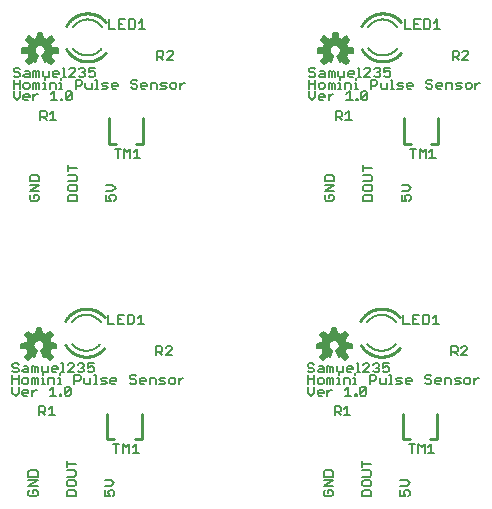
<source format=gto>
G75*
%MOIN*%
%OFA0B0*%
%FSLAX25Y25*%
%IPPOS*%
%LPD*%
%AMOC8*
5,1,8,0,0,1.08239X$1,22.5*
%
%ADD10C,0.00500*%
%ADD11C,0.00600*%
%ADD12C,0.01000*%
%ADD13C,0.00591*%
D10*
X0031676Y0023494D02*
X0031169Y0024002D01*
X0031169Y0025017D01*
X0031676Y0025525D01*
X0032692Y0025525D02*
X0032692Y0024509D01*
X0032692Y0025525D02*
X0033707Y0025525D01*
X0034215Y0025017D01*
X0034215Y0024002D01*
X0033707Y0023494D01*
X0031676Y0023494D01*
X0031169Y0026757D02*
X0034215Y0028787D01*
X0031169Y0028787D01*
X0031169Y0030019D02*
X0031169Y0031542D01*
X0031676Y0032050D01*
X0033707Y0032050D01*
X0034215Y0031542D01*
X0034215Y0030019D01*
X0031169Y0030019D01*
X0031169Y0026757D02*
X0034215Y0026757D01*
X0043964Y0027264D02*
X0044472Y0026757D01*
X0046502Y0026757D01*
X0047010Y0027264D01*
X0047010Y0028280D01*
X0046502Y0028787D01*
X0044472Y0028787D01*
X0043964Y0028280D01*
X0043964Y0027264D01*
X0044472Y0025525D02*
X0043964Y0025017D01*
X0043964Y0023494D01*
X0047010Y0023494D01*
X0047010Y0025017D01*
X0046502Y0025525D01*
X0044472Y0025525D01*
X0043964Y0030019D02*
X0046502Y0030019D01*
X0047010Y0030527D01*
X0047010Y0031542D01*
X0046502Y0032050D01*
X0043964Y0032050D01*
X0043964Y0033282D02*
X0043964Y0035312D01*
X0043964Y0034297D02*
X0047010Y0034297D01*
X0056759Y0028787D02*
X0058790Y0028787D01*
X0059805Y0027772D01*
X0058790Y0026757D01*
X0056759Y0026757D01*
X0056759Y0025525D02*
X0056759Y0023494D01*
X0058282Y0023494D01*
X0057775Y0024509D01*
X0057775Y0025017D01*
X0058282Y0025525D01*
X0059298Y0025525D01*
X0059805Y0025017D01*
X0059805Y0024002D01*
X0059298Y0023494D01*
X0060513Y0037884D02*
X0060513Y0040930D01*
X0059498Y0040930D02*
X0061529Y0040930D01*
X0062761Y0040930D02*
X0062761Y0037884D01*
X0064791Y0037884D02*
X0064791Y0040930D01*
X0063776Y0039914D01*
X0062761Y0040930D01*
X0066023Y0039914D02*
X0067039Y0040930D01*
X0067039Y0037884D01*
X0068054Y0037884D02*
X0066023Y0037884D01*
X0065515Y0060856D02*
X0065008Y0061364D01*
X0065515Y0060856D02*
X0066531Y0060856D01*
X0067038Y0061364D01*
X0067038Y0061872D01*
X0066531Y0062379D01*
X0065515Y0062379D01*
X0065008Y0062887D01*
X0065008Y0063395D01*
X0065515Y0063902D01*
X0066531Y0063902D01*
X0067038Y0063395D01*
X0068270Y0062379D02*
X0068270Y0061364D01*
X0068778Y0060856D01*
X0069793Y0060856D01*
X0070301Y0061872D02*
X0068270Y0061872D01*
X0068270Y0062379D02*
X0068778Y0062887D01*
X0069793Y0062887D01*
X0070301Y0062379D01*
X0070301Y0061872D01*
X0071533Y0062887D02*
X0073056Y0062887D01*
X0073564Y0062379D01*
X0073564Y0060856D01*
X0074796Y0060856D02*
X0076319Y0060856D01*
X0076826Y0061364D01*
X0076319Y0061872D01*
X0075303Y0061872D01*
X0074796Y0062379D01*
X0075303Y0062887D01*
X0076826Y0062887D01*
X0078058Y0062379D02*
X0078058Y0061364D01*
X0078566Y0060856D01*
X0079581Y0060856D01*
X0080089Y0061364D01*
X0080089Y0062379D01*
X0079581Y0062887D01*
X0078566Y0062887D01*
X0078058Y0062379D01*
X0081321Y0061872D02*
X0082336Y0062887D01*
X0082844Y0062887D01*
X0081321Y0062887D02*
X0081321Y0060856D01*
X0071533Y0060856D02*
X0071533Y0062887D01*
X0073750Y0070482D02*
X0073750Y0073528D01*
X0075273Y0073528D01*
X0075781Y0073020D01*
X0075781Y0072005D01*
X0075273Y0071498D01*
X0073750Y0071498D01*
X0074765Y0071498D02*
X0075781Y0070482D01*
X0077013Y0070482D02*
X0079043Y0072513D01*
X0079043Y0073020D01*
X0078536Y0073528D01*
X0077520Y0073528D01*
X0077013Y0073020D01*
X0077013Y0070482D02*
X0079043Y0070482D01*
X0069584Y0080900D02*
X0067554Y0080900D01*
X0068569Y0080900D02*
X0068569Y0083945D01*
X0067554Y0082930D01*
X0066322Y0083438D02*
X0065814Y0083945D01*
X0064291Y0083945D01*
X0064291Y0080900D01*
X0065814Y0080900D01*
X0066322Y0081407D01*
X0066322Y0083438D01*
X0063059Y0083945D02*
X0061028Y0083945D01*
X0061028Y0080900D01*
X0063059Y0080900D01*
X0062044Y0082423D02*
X0061028Y0082423D01*
X0059796Y0080900D02*
X0057766Y0080900D01*
X0057766Y0083945D01*
X0052900Y0067800D02*
X0050870Y0067800D01*
X0050870Y0066277D01*
X0051885Y0066785D01*
X0052393Y0066785D01*
X0052900Y0066277D01*
X0052900Y0065262D01*
X0052393Y0064754D01*
X0051377Y0064754D01*
X0050870Y0065262D01*
X0049638Y0065262D02*
X0049638Y0065769D01*
X0049130Y0066277D01*
X0048622Y0066277D01*
X0049130Y0066277D02*
X0049638Y0066785D01*
X0049638Y0067292D01*
X0049130Y0067800D01*
X0048115Y0067800D01*
X0047607Y0067292D01*
X0046375Y0067292D02*
X0045867Y0067800D01*
X0044852Y0067800D01*
X0044345Y0067292D01*
X0042677Y0067800D02*
X0042677Y0064754D01*
X0042169Y0064754D02*
X0043185Y0064754D01*
X0044345Y0064754D02*
X0046375Y0066785D01*
X0046375Y0067292D01*
X0047607Y0065262D02*
X0048115Y0064754D01*
X0049130Y0064754D01*
X0049638Y0065262D01*
X0048043Y0063902D02*
X0048550Y0063395D01*
X0048550Y0062379D01*
X0048043Y0061872D01*
X0046520Y0061872D01*
X0046520Y0060856D02*
X0046520Y0063902D01*
X0048043Y0063902D01*
X0046375Y0064754D02*
X0044345Y0064754D01*
X0041590Y0064410D02*
X0041590Y0063902D01*
X0041590Y0062887D02*
X0041590Y0060856D01*
X0042097Y0060856D02*
X0041082Y0060856D01*
X0039850Y0060856D02*
X0039850Y0062379D01*
X0039342Y0062887D01*
X0037819Y0062887D01*
X0037819Y0060856D01*
X0036659Y0060856D02*
X0035644Y0060856D01*
X0036152Y0060856D02*
X0036152Y0062887D01*
X0035644Y0062887D01*
X0036152Y0063902D02*
X0036152Y0064410D01*
X0036152Y0064754D02*
X0037675Y0064754D01*
X0037675Y0066785D01*
X0038907Y0066277D02*
X0038907Y0065262D01*
X0039414Y0064754D01*
X0040430Y0064754D01*
X0040937Y0065769D02*
X0038907Y0065769D01*
X0038907Y0066277D02*
X0039414Y0066785D01*
X0040430Y0066785D01*
X0040937Y0066277D01*
X0040937Y0065769D01*
X0042169Y0067800D02*
X0042677Y0067800D01*
X0041590Y0062887D02*
X0041082Y0062887D01*
X0039378Y0060005D02*
X0039378Y0056959D01*
X0038363Y0056959D02*
X0040394Y0056959D01*
X0041626Y0056959D02*
X0042133Y0056959D01*
X0042133Y0057466D01*
X0041626Y0057466D01*
X0041626Y0056959D01*
X0043257Y0057466D02*
X0043257Y0059497D01*
X0043765Y0060005D01*
X0044780Y0060005D01*
X0045288Y0059497D01*
X0043257Y0057466D01*
X0043765Y0056959D01*
X0044780Y0056959D01*
X0045288Y0057466D01*
X0045288Y0059497D01*
X0049782Y0061364D02*
X0049782Y0062887D01*
X0049782Y0061364D02*
X0050290Y0060856D01*
X0051813Y0060856D01*
X0051813Y0062887D01*
X0053045Y0063902D02*
X0053552Y0063902D01*
X0053552Y0060856D01*
X0053045Y0060856D02*
X0054060Y0060856D01*
X0055220Y0060856D02*
X0056743Y0060856D01*
X0057251Y0061364D01*
X0056743Y0061872D01*
X0055728Y0061872D01*
X0055220Y0062379D01*
X0055728Y0062887D01*
X0057251Y0062887D01*
X0058483Y0062379D02*
X0058483Y0061364D01*
X0058990Y0060856D01*
X0060005Y0060856D01*
X0060513Y0061872D02*
X0058483Y0061872D01*
X0058483Y0062379D02*
X0058990Y0062887D01*
X0060005Y0062887D01*
X0060513Y0062379D01*
X0060513Y0061872D01*
X0040067Y0050404D02*
X0038036Y0050404D01*
X0039052Y0050404D02*
X0039052Y0053449D01*
X0038036Y0052434D01*
X0036804Y0051927D02*
X0036297Y0051419D01*
X0034774Y0051419D01*
X0035789Y0051419D02*
X0036804Y0050404D01*
X0036804Y0051927D02*
X0036804Y0052942D01*
X0036297Y0053449D01*
X0034774Y0053449D01*
X0034774Y0050404D01*
X0032382Y0056959D02*
X0032382Y0058989D01*
X0033397Y0058989D02*
X0033904Y0058989D01*
X0033397Y0058989D02*
X0032382Y0057974D01*
X0031150Y0057974D02*
X0029119Y0057974D01*
X0029119Y0058482D02*
X0029627Y0058989D01*
X0030642Y0058989D01*
X0031150Y0058482D01*
X0031150Y0057974D01*
X0030642Y0056959D02*
X0029627Y0056959D01*
X0029119Y0057466D01*
X0029119Y0058482D01*
X0027887Y0057974D02*
X0026872Y0056959D01*
X0025856Y0057974D01*
X0025856Y0060005D01*
X0025856Y0060856D02*
X0025856Y0063902D01*
X0026364Y0064754D02*
X0025856Y0065262D01*
X0026364Y0064754D02*
X0027379Y0064754D01*
X0027887Y0065262D01*
X0027887Y0065769D01*
X0027379Y0066277D01*
X0026364Y0066277D01*
X0025856Y0066785D01*
X0025856Y0067292D01*
X0026364Y0067800D01*
X0027379Y0067800D01*
X0027887Y0067292D01*
X0029627Y0066785D02*
X0030642Y0066785D01*
X0031150Y0066277D01*
X0031150Y0064754D01*
X0029627Y0064754D01*
X0029119Y0065262D01*
X0029627Y0065769D01*
X0031150Y0065769D01*
X0032382Y0064754D02*
X0032382Y0066785D01*
X0032889Y0066785D01*
X0033397Y0066277D01*
X0033904Y0066785D01*
X0034412Y0066277D01*
X0034412Y0064754D01*
X0033397Y0064754D02*
X0033397Y0066277D01*
X0035644Y0066785D02*
X0035644Y0065262D01*
X0036152Y0064754D01*
X0033904Y0062887D02*
X0034412Y0062379D01*
X0034412Y0060856D01*
X0033397Y0060856D02*
X0033397Y0062379D01*
X0033904Y0062887D01*
X0033397Y0062379D02*
X0032889Y0062887D01*
X0032382Y0062887D01*
X0032382Y0060856D01*
X0031150Y0061364D02*
X0031150Y0062379D01*
X0030642Y0062887D01*
X0029627Y0062887D01*
X0029119Y0062379D01*
X0029119Y0061364D01*
X0029627Y0060856D01*
X0030642Y0060856D01*
X0031150Y0061364D01*
X0027887Y0060856D02*
X0027887Y0063902D01*
X0027887Y0062379D02*
X0025856Y0062379D01*
X0027887Y0060005D02*
X0027887Y0057974D01*
X0038363Y0058989D02*
X0039378Y0060005D01*
X0044358Y0121919D02*
X0044358Y0123442D01*
X0044865Y0123950D01*
X0046896Y0123950D01*
X0047404Y0123442D01*
X0047404Y0121919D01*
X0044358Y0121919D01*
X0044865Y0125182D02*
X0046896Y0125182D01*
X0047404Y0125690D01*
X0047404Y0126705D01*
X0046896Y0127212D01*
X0044865Y0127212D01*
X0044358Y0126705D01*
X0044358Y0125690D01*
X0044865Y0125182D01*
X0044358Y0128444D02*
X0046896Y0128444D01*
X0047404Y0128952D01*
X0047404Y0129967D01*
X0046896Y0130475D01*
X0044358Y0130475D01*
X0044358Y0131707D02*
X0044358Y0133738D01*
X0044358Y0132722D02*
X0047404Y0132722D01*
X0057153Y0127212D02*
X0059184Y0127212D01*
X0060199Y0126197D01*
X0059184Y0125182D01*
X0057153Y0125182D01*
X0057153Y0123950D02*
X0057153Y0121919D01*
X0058676Y0121919D01*
X0058168Y0122935D01*
X0058168Y0123442D01*
X0058676Y0123950D01*
X0059691Y0123950D01*
X0060199Y0123442D01*
X0060199Y0122427D01*
X0059691Y0121919D01*
X0060907Y0136309D02*
X0060907Y0139355D01*
X0059892Y0139355D02*
X0061922Y0139355D01*
X0063154Y0139355D02*
X0064170Y0138340D01*
X0065185Y0139355D01*
X0065185Y0136309D01*
X0066417Y0136309D02*
X0068448Y0136309D01*
X0067432Y0136309D02*
X0067432Y0139355D01*
X0066417Y0138340D01*
X0063154Y0139355D02*
X0063154Y0136309D01*
X0045174Y0155384D02*
X0044158Y0155384D01*
X0043651Y0155891D01*
X0045681Y0157922D01*
X0045681Y0155891D01*
X0045174Y0155384D01*
X0043651Y0155891D02*
X0043651Y0157922D01*
X0044158Y0158430D01*
X0045174Y0158430D01*
X0045681Y0157922D01*
X0046913Y0159281D02*
X0046913Y0162327D01*
X0048436Y0162327D01*
X0048944Y0161820D01*
X0048944Y0160804D01*
X0048436Y0160297D01*
X0046913Y0160297D01*
X0046769Y0163179D02*
X0044738Y0163179D01*
X0046769Y0165210D01*
X0046769Y0165717D01*
X0046261Y0166225D01*
X0045246Y0166225D01*
X0044738Y0165717D01*
X0043071Y0166225D02*
X0043071Y0163179D01*
X0043578Y0163179D02*
X0042563Y0163179D01*
X0041983Y0162835D02*
X0041983Y0162327D01*
X0041983Y0161312D02*
X0041476Y0161312D01*
X0041983Y0161312D02*
X0041983Y0159281D01*
X0041476Y0159281D02*
X0042491Y0159281D01*
X0040244Y0159281D02*
X0040244Y0160804D01*
X0039736Y0161312D01*
X0038213Y0161312D01*
X0038213Y0159281D01*
X0037053Y0159281D02*
X0036038Y0159281D01*
X0036546Y0159281D02*
X0036546Y0161312D01*
X0036038Y0161312D01*
X0036546Y0162327D02*
X0036546Y0162835D01*
X0036546Y0163179D02*
X0038068Y0163179D01*
X0038068Y0165210D01*
X0039300Y0164702D02*
X0039808Y0165210D01*
X0040823Y0165210D01*
X0041331Y0164702D01*
X0041331Y0164194D01*
X0039300Y0164194D01*
X0039300Y0163687D02*
X0039300Y0164702D01*
X0039300Y0163687D02*
X0039808Y0163179D01*
X0040823Y0163179D01*
X0042563Y0166225D02*
X0043071Y0166225D01*
X0048001Y0165717D02*
X0048508Y0166225D01*
X0049524Y0166225D01*
X0050031Y0165717D01*
X0050031Y0165210D01*
X0049524Y0164702D01*
X0050031Y0164194D01*
X0050031Y0163687D01*
X0049524Y0163179D01*
X0048508Y0163179D01*
X0048001Y0163687D01*
X0049016Y0164702D02*
X0049524Y0164702D01*
X0051263Y0164702D02*
X0051263Y0166225D01*
X0053294Y0166225D01*
X0052786Y0165210D02*
X0053294Y0164702D01*
X0053294Y0163687D01*
X0052786Y0163179D01*
X0051771Y0163179D01*
X0051263Y0163687D01*
X0051263Y0164702D02*
X0052279Y0165210D01*
X0052786Y0165210D01*
X0053439Y0162327D02*
X0053946Y0162327D01*
X0053946Y0159281D01*
X0053439Y0159281D02*
X0054454Y0159281D01*
X0055614Y0159281D02*
X0057137Y0159281D01*
X0057644Y0159789D01*
X0057137Y0160297D01*
X0056121Y0160297D01*
X0055614Y0160804D01*
X0056121Y0161312D01*
X0057644Y0161312D01*
X0058876Y0160804D02*
X0059384Y0161312D01*
X0060399Y0161312D01*
X0060907Y0160804D01*
X0060907Y0160297D01*
X0058876Y0160297D01*
X0058876Y0160804D02*
X0058876Y0159789D01*
X0059384Y0159281D01*
X0060399Y0159281D01*
X0065401Y0159789D02*
X0065909Y0159281D01*
X0066924Y0159281D01*
X0067432Y0159789D01*
X0067432Y0160297D01*
X0066924Y0160804D01*
X0065909Y0160804D01*
X0065401Y0161312D01*
X0065401Y0161820D01*
X0065909Y0162327D01*
X0066924Y0162327D01*
X0067432Y0161820D01*
X0068664Y0160804D02*
X0069172Y0161312D01*
X0070187Y0161312D01*
X0070695Y0160804D01*
X0070695Y0160297D01*
X0068664Y0160297D01*
X0068664Y0160804D02*
X0068664Y0159789D01*
X0069172Y0159281D01*
X0070187Y0159281D01*
X0071927Y0159281D02*
X0071927Y0161312D01*
X0073450Y0161312D01*
X0073957Y0160804D01*
X0073957Y0159281D01*
X0075189Y0159281D02*
X0076712Y0159281D01*
X0077220Y0159789D01*
X0076712Y0160297D01*
X0075697Y0160297D01*
X0075189Y0160804D01*
X0075697Y0161312D01*
X0077220Y0161312D01*
X0078452Y0160804D02*
X0078452Y0159789D01*
X0078960Y0159281D01*
X0079975Y0159281D01*
X0080483Y0159789D01*
X0080483Y0160804D01*
X0079975Y0161312D01*
X0078960Y0161312D01*
X0078452Y0160804D01*
X0081715Y0160297D02*
X0082730Y0161312D01*
X0083238Y0161312D01*
X0081715Y0161312D02*
X0081715Y0159281D01*
X0079437Y0168907D02*
X0077406Y0168907D01*
X0079437Y0170938D01*
X0079437Y0171446D01*
X0078929Y0171953D01*
X0077914Y0171953D01*
X0077406Y0171446D01*
X0076174Y0171446D02*
X0076174Y0170430D01*
X0075667Y0169923D01*
X0074144Y0169923D01*
X0075159Y0169923D02*
X0076174Y0168907D01*
X0074144Y0168907D02*
X0074144Y0171953D01*
X0075667Y0171953D01*
X0076174Y0171446D01*
X0069978Y0179325D02*
X0067947Y0179325D01*
X0068963Y0179325D02*
X0068963Y0182371D01*
X0067947Y0181355D01*
X0066715Y0181863D02*
X0066715Y0179832D01*
X0066208Y0179325D01*
X0064685Y0179325D01*
X0064685Y0182371D01*
X0066208Y0182371D01*
X0066715Y0181863D01*
X0063453Y0182371D02*
X0061422Y0182371D01*
X0061422Y0179325D01*
X0063453Y0179325D01*
X0062437Y0180848D02*
X0061422Y0180848D01*
X0060190Y0179325D02*
X0058159Y0179325D01*
X0058159Y0182371D01*
X0052207Y0161312D02*
X0052207Y0159281D01*
X0050684Y0159281D01*
X0050176Y0159789D01*
X0050176Y0161312D01*
X0042527Y0155891D02*
X0042527Y0155384D01*
X0042019Y0155384D01*
X0042019Y0155891D01*
X0042527Y0155891D01*
X0040787Y0155384D02*
X0038757Y0155384D01*
X0039772Y0155384D02*
X0039772Y0158430D01*
X0038757Y0157414D01*
X0034806Y0159281D02*
X0034806Y0160804D01*
X0034298Y0161312D01*
X0033791Y0160804D01*
X0033791Y0159281D01*
X0032775Y0159281D02*
X0032775Y0161312D01*
X0033283Y0161312D01*
X0033791Y0160804D01*
X0031543Y0160804D02*
X0031036Y0161312D01*
X0030020Y0161312D01*
X0029513Y0160804D01*
X0029513Y0159789D01*
X0030020Y0159281D01*
X0031036Y0159281D01*
X0031543Y0159789D01*
X0031543Y0160804D01*
X0031543Y0163179D02*
X0030020Y0163179D01*
X0029513Y0163687D01*
X0030020Y0164194D01*
X0031543Y0164194D01*
X0031543Y0164702D02*
X0031543Y0163179D01*
X0032775Y0163179D02*
X0032775Y0165210D01*
X0033283Y0165210D01*
X0033791Y0164702D01*
X0034298Y0165210D01*
X0034806Y0164702D01*
X0034806Y0163179D01*
X0033791Y0163179D02*
X0033791Y0164702D01*
X0031543Y0164702D02*
X0031036Y0165210D01*
X0030020Y0165210D01*
X0028281Y0165717D02*
X0027773Y0166225D01*
X0026758Y0166225D01*
X0026250Y0165717D01*
X0026250Y0165210D01*
X0026758Y0164702D01*
X0027773Y0164702D01*
X0028281Y0164194D01*
X0028281Y0163687D01*
X0027773Y0163179D01*
X0026758Y0163179D01*
X0026250Y0163687D01*
X0026250Y0162327D02*
X0026250Y0159281D01*
X0026250Y0158430D02*
X0026250Y0156399D01*
X0027265Y0155384D01*
X0028281Y0156399D01*
X0028281Y0158430D01*
X0028281Y0159281D02*
X0028281Y0162327D01*
X0028281Y0160804D02*
X0026250Y0160804D01*
X0030020Y0157414D02*
X0029513Y0156907D01*
X0029513Y0155891D01*
X0030020Y0155384D01*
X0031036Y0155384D01*
X0031543Y0156399D02*
X0029513Y0156399D01*
X0030020Y0157414D02*
X0031036Y0157414D01*
X0031543Y0156907D01*
X0031543Y0156399D01*
X0032775Y0156399D02*
X0033791Y0157414D01*
X0034298Y0157414D01*
X0032775Y0157414D02*
X0032775Y0155384D01*
X0035167Y0151875D02*
X0036690Y0151875D01*
X0037198Y0151367D01*
X0037198Y0150352D01*
X0036690Y0149844D01*
X0035167Y0149844D01*
X0035167Y0148829D02*
X0035167Y0151875D01*
X0036183Y0149844D02*
X0037198Y0148829D01*
X0038430Y0148829D02*
X0040461Y0148829D01*
X0039445Y0148829D02*
X0039445Y0151875D01*
X0038430Y0150859D01*
X0036546Y0163179D02*
X0036038Y0163687D01*
X0036038Y0165210D01*
X0034101Y0130475D02*
X0032070Y0130475D01*
X0031562Y0129967D01*
X0031562Y0128444D01*
X0034608Y0128444D01*
X0034608Y0129967D01*
X0034101Y0130475D01*
X0034608Y0127212D02*
X0031562Y0127212D01*
X0031562Y0125182D02*
X0034608Y0127212D01*
X0034608Y0125182D02*
X0031562Y0125182D01*
X0032070Y0123950D02*
X0031562Y0123442D01*
X0031562Y0122427D01*
X0032070Y0121919D01*
X0034101Y0121919D01*
X0034608Y0122427D01*
X0034608Y0123442D01*
X0034101Y0123950D01*
X0033085Y0123950D01*
X0033085Y0122935D01*
X0124675Y0156399D02*
X0125690Y0155384D01*
X0126706Y0156399D01*
X0126706Y0158430D01*
X0126706Y0159281D02*
X0126706Y0162327D01*
X0126198Y0163179D02*
X0125183Y0163179D01*
X0124675Y0163687D01*
X0125183Y0164702D02*
X0126198Y0164702D01*
X0126706Y0164194D01*
X0126706Y0163687D01*
X0126198Y0163179D01*
X0124675Y0162327D02*
X0124675Y0159281D01*
X0124675Y0158430D02*
X0124675Y0156399D01*
X0127938Y0156399D02*
X0129968Y0156399D01*
X0129968Y0156907D01*
X0129461Y0157414D01*
X0128445Y0157414D01*
X0127938Y0156907D01*
X0127938Y0155891D01*
X0128445Y0155384D01*
X0129461Y0155384D01*
X0131200Y0155384D02*
X0131200Y0157414D01*
X0131200Y0156399D02*
X0132216Y0157414D01*
X0132723Y0157414D01*
X0132216Y0159281D02*
X0132216Y0160804D01*
X0132723Y0161312D01*
X0133231Y0160804D01*
X0133231Y0159281D01*
X0134463Y0159281D02*
X0135478Y0159281D01*
X0134971Y0159281D02*
X0134971Y0161312D01*
X0134463Y0161312D01*
X0134971Y0162327D02*
X0134971Y0162835D01*
X0134971Y0163179D02*
X0136494Y0163179D01*
X0136494Y0165210D01*
X0137726Y0164702D02*
X0138233Y0165210D01*
X0139249Y0165210D01*
X0139756Y0164702D01*
X0139756Y0164194D01*
X0137726Y0164194D01*
X0137726Y0163687D02*
X0137726Y0164702D01*
X0137726Y0163687D02*
X0138233Y0163179D01*
X0139249Y0163179D01*
X0140408Y0162835D02*
X0140408Y0162327D01*
X0140408Y0161312D02*
X0140408Y0159281D01*
X0139901Y0159281D02*
X0140916Y0159281D01*
X0142076Y0157922D02*
X0142076Y0155891D01*
X0144106Y0157922D01*
X0144106Y0155891D01*
X0143599Y0155384D01*
X0142583Y0155384D01*
X0142076Y0155891D01*
X0140952Y0155891D02*
X0140952Y0155384D01*
X0140445Y0155384D01*
X0140445Y0155891D01*
X0140952Y0155891D01*
X0139213Y0155384D02*
X0137182Y0155384D01*
X0138197Y0155384D02*
X0138197Y0158430D01*
X0137182Y0157414D01*
X0136638Y0159281D02*
X0136638Y0161312D01*
X0138161Y0161312D01*
X0138669Y0160804D01*
X0138669Y0159281D01*
X0139901Y0161312D02*
X0140408Y0161312D01*
X0140988Y0163179D02*
X0142004Y0163179D01*
X0141496Y0163179D02*
X0141496Y0166225D01*
X0140988Y0166225D01*
X0143163Y0165717D02*
X0143671Y0166225D01*
X0144686Y0166225D01*
X0145194Y0165717D01*
X0145194Y0165210D01*
X0143163Y0163179D01*
X0145194Y0163179D01*
X0145338Y0162327D02*
X0146861Y0162327D01*
X0147369Y0161820D01*
X0147369Y0160804D01*
X0146861Y0160297D01*
X0145338Y0160297D01*
X0145338Y0159281D02*
X0145338Y0162327D01*
X0146426Y0163687D02*
X0146934Y0163179D01*
X0147949Y0163179D01*
X0148457Y0163687D01*
X0148457Y0164194D01*
X0147949Y0164702D01*
X0147441Y0164702D01*
X0147949Y0164702D02*
X0148457Y0165210D01*
X0148457Y0165717D01*
X0147949Y0166225D01*
X0146934Y0166225D01*
X0146426Y0165717D01*
X0149689Y0166225D02*
X0149689Y0164702D01*
X0150704Y0165210D01*
X0151212Y0165210D01*
X0151719Y0164702D01*
X0151719Y0163687D01*
X0151212Y0163179D01*
X0150196Y0163179D01*
X0149689Y0163687D01*
X0149689Y0166225D02*
X0151719Y0166225D01*
X0151864Y0162327D02*
X0152371Y0162327D01*
X0152371Y0159281D01*
X0151864Y0159281D02*
X0152879Y0159281D01*
X0154039Y0159281D02*
X0155562Y0159281D01*
X0156069Y0159789D01*
X0155562Y0160297D01*
X0154546Y0160297D01*
X0154039Y0160804D01*
X0154546Y0161312D01*
X0156069Y0161312D01*
X0157301Y0160804D02*
X0157809Y0161312D01*
X0158824Y0161312D01*
X0159332Y0160804D01*
X0159332Y0160297D01*
X0157301Y0160297D01*
X0157301Y0160804D02*
X0157301Y0159789D01*
X0157809Y0159281D01*
X0158824Y0159281D01*
X0163827Y0159789D02*
X0164334Y0159281D01*
X0165350Y0159281D01*
X0165857Y0159789D01*
X0165857Y0160297D01*
X0165350Y0160804D01*
X0164334Y0160804D01*
X0163827Y0161312D01*
X0163827Y0161820D01*
X0164334Y0162327D01*
X0165350Y0162327D01*
X0165857Y0161820D01*
X0167089Y0160804D02*
X0167597Y0161312D01*
X0168612Y0161312D01*
X0169120Y0160804D01*
X0169120Y0160297D01*
X0167089Y0160297D01*
X0167089Y0160804D02*
X0167089Y0159789D01*
X0167597Y0159281D01*
X0168612Y0159281D01*
X0170352Y0159281D02*
X0170352Y0161312D01*
X0171875Y0161312D01*
X0172383Y0160804D01*
X0172383Y0159281D01*
X0173615Y0159281D02*
X0175137Y0159281D01*
X0175645Y0159789D01*
X0175137Y0160297D01*
X0174122Y0160297D01*
X0173615Y0160804D01*
X0174122Y0161312D01*
X0175645Y0161312D01*
X0176877Y0160804D02*
X0176877Y0159789D01*
X0177385Y0159281D01*
X0178400Y0159281D01*
X0178908Y0159789D01*
X0178908Y0160804D01*
X0178400Y0161312D01*
X0177385Y0161312D01*
X0176877Y0160804D01*
X0180140Y0160297D02*
X0181155Y0161312D01*
X0181663Y0161312D01*
X0180140Y0161312D02*
X0180140Y0159281D01*
X0177862Y0168907D02*
X0175831Y0168907D01*
X0177862Y0170938D01*
X0177862Y0171446D01*
X0177354Y0171953D01*
X0176339Y0171953D01*
X0175831Y0171446D01*
X0174599Y0171446D02*
X0174599Y0170430D01*
X0174092Y0169923D01*
X0172569Y0169923D01*
X0173584Y0169923D02*
X0174599Y0168907D01*
X0172569Y0168907D02*
X0172569Y0171953D01*
X0174092Y0171953D01*
X0174599Y0171446D01*
X0168403Y0179325D02*
X0166372Y0179325D01*
X0167388Y0179325D02*
X0167388Y0182371D01*
X0166372Y0181355D01*
X0165140Y0181863D02*
X0165140Y0179832D01*
X0164633Y0179325D01*
X0163110Y0179325D01*
X0163110Y0182371D01*
X0164633Y0182371D01*
X0165140Y0181863D01*
X0161878Y0182371D02*
X0159847Y0182371D01*
X0159847Y0179325D01*
X0161878Y0179325D01*
X0160863Y0180848D02*
X0159847Y0180848D01*
X0158615Y0179325D02*
X0156585Y0179325D01*
X0156585Y0182371D01*
X0150632Y0161312D02*
X0150632Y0159281D01*
X0149109Y0159281D01*
X0148601Y0159789D01*
X0148601Y0161312D01*
X0144106Y0157922D02*
X0143599Y0158430D01*
X0142583Y0158430D01*
X0142076Y0157922D01*
X0137870Y0151875D02*
X0137870Y0148829D01*
X0136855Y0148829D02*
X0138886Y0148829D01*
X0136855Y0150859D02*
X0137870Y0151875D01*
X0135623Y0151367D02*
X0135623Y0150352D01*
X0135116Y0149844D01*
X0133593Y0149844D01*
X0134608Y0149844D02*
X0135623Y0148829D01*
X0133593Y0148829D02*
X0133593Y0151875D01*
X0135116Y0151875D01*
X0135623Y0151367D01*
X0131200Y0159281D02*
X0131200Y0161312D01*
X0131708Y0161312D01*
X0132216Y0160804D01*
X0129968Y0160804D02*
X0129461Y0161312D01*
X0128445Y0161312D01*
X0127938Y0160804D01*
X0127938Y0159789D01*
X0128445Y0159281D01*
X0129461Y0159281D01*
X0129968Y0159789D01*
X0129968Y0160804D01*
X0129968Y0163179D02*
X0128445Y0163179D01*
X0127938Y0163687D01*
X0128445Y0164194D01*
X0129968Y0164194D01*
X0129968Y0164702D02*
X0129968Y0163179D01*
X0131200Y0163179D02*
X0131200Y0165210D01*
X0131708Y0165210D01*
X0132216Y0164702D01*
X0132723Y0165210D01*
X0133231Y0164702D01*
X0133231Y0163179D01*
X0132216Y0163179D02*
X0132216Y0164702D01*
X0129968Y0164702D02*
X0129461Y0165210D01*
X0128445Y0165210D01*
X0126706Y0165717D02*
X0126198Y0166225D01*
X0125183Y0166225D01*
X0124675Y0165717D01*
X0124675Y0165210D01*
X0125183Y0164702D01*
X0124675Y0160804D02*
X0126706Y0160804D01*
X0134463Y0163687D02*
X0134971Y0163179D01*
X0134463Y0163687D02*
X0134463Y0165210D01*
X0158317Y0139355D02*
X0160348Y0139355D01*
X0159332Y0139355D02*
X0159332Y0136309D01*
X0161580Y0136309D02*
X0161580Y0139355D01*
X0162595Y0138340D01*
X0163610Y0139355D01*
X0163610Y0136309D01*
X0164842Y0136309D02*
X0166873Y0136309D01*
X0165857Y0136309D02*
X0165857Y0139355D01*
X0164842Y0138340D01*
X0157609Y0127212D02*
X0155578Y0127212D01*
X0155578Y0125182D02*
X0157609Y0125182D01*
X0158624Y0126197D01*
X0157609Y0127212D01*
X0157101Y0123950D02*
X0158116Y0123950D01*
X0158624Y0123442D01*
X0158624Y0122427D01*
X0158116Y0121919D01*
X0157101Y0121919D02*
X0156593Y0122935D01*
X0156593Y0123442D01*
X0157101Y0123950D01*
X0155578Y0123950D02*
X0155578Y0121919D01*
X0157101Y0121919D01*
X0145829Y0121919D02*
X0145829Y0123442D01*
X0145321Y0123950D01*
X0143291Y0123950D01*
X0142783Y0123442D01*
X0142783Y0121919D01*
X0145829Y0121919D01*
X0145321Y0125182D02*
X0145829Y0125690D01*
X0145829Y0126705D01*
X0145321Y0127212D01*
X0143291Y0127212D01*
X0142783Y0126705D01*
X0142783Y0125690D01*
X0143291Y0125182D01*
X0145321Y0125182D01*
X0145321Y0128444D02*
X0142783Y0128444D01*
X0142783Y0130475D02*
X0145321Y0130475D01*
X0145829Y0129967D01*
X0145829Y0128952D01*
X0145321Y0128444D01*
X0142783Y0131707D02*
X0142783Y0133738D01*
X0142783Y0132722D02*
X0145829Y0132722D01*
X0133033Y0129967D02*
X0133033Y0128444D01*
X0129988Y0128444D01*
X0129988Y0129967D01*
X0130495Y0130475D01*
X0132526Y0130475D01*
X0133033Y0129967D01*
X0133033Y0127212D02*
X0129988Y0127212D01*
X0129988Y0125182D02*
X0133033Y0127212D01*
X0133033Y0125182D02*
X0129988Y0125182D01*
X0130495Y0123950D02*
X0129988Y0123442D01*
X0129988Y0122427D01*
X0130495Y0121919D01*
X0132526Y0121919D01*
X0133033Y0122427D01*
X0133033Y0123442D01*
X0132526Y0123950D01*
X0131511Y0123950D01*
X0131511Y0122935D01*
X0156191Y0083945D02*
X0156191Y0080900D01*
X0158222Y0080900D01*
X0159454Y0080900D02*
X0161484Y0080900D01*
X0162716Y0080900D02*
X0164239Y0080900D01*
X0164747Y0081407D01*
X0164747Y0083438D01*
X0164239Y0083945D01*
X0162716Y0083945D01*
X0162716Y0080900D01*
X0160469Y0082423D02*
X0159454Y0082423D01*
X0159454Y0083945D02*
X0159454Y0080900D01*
X0159454Y0083945D02*
X0161484Y0083945D01*
X0165979Y0082930D02*
X0166994Y0083945D01*
X0166994Y0080900D01*
X0165979Y0080900D02*
X0168009Y0080900D01*
X0172175Y0073528D02*
X0173698Y0073528D01*
X0174206Y0073020D01*
X0174206Y0072005D01*
X0173698Y0071498D01*
X0172175Y0071498D01*
X0173190Y0071498D02*
X0174206Y0070482D01*
X0175438Y0070482D02*
X0177468Y0072513D01*
X0177468Y0073020D01*
X0176961Y0073528D01*
X0175945Y0073528D01*
X0175438Y0073020D01*
X0175438Y0070482D02*
X0177468Y0070482D01*
X0172175Y0070482D02*
X0172175Y0073528D01*
X0164956Y0063902D02*
X0163941Y0063902D01*
X0163433Y0063395D01*
X0163433Y0062887D01*
X0163941Y0062379D01*
X0164956Y0062379D01*
X0165464Y0061872D01*
X0165464Y0061364D01*
X0164956Y0060856D01*
X0163941Y0060856D01*
X0163433Y0061364D01*
X0165464Y0063395D02*
X0164956Y0063902D01*
X0166696Y0062379D02*
X0167203Y0062887D01*
X0168219Y0062887D01*
X0168726Y0062379D01*
X0168726Y0061872D01*
X0166696Y0061872D01*
X0166696Y0062379D02*
X0166696Y0061364D01*
X0167203Y0060856D01*
X0168219Y0060856D01*
X0169958Y0060856D02*
X0169958Y0062887D01*
X0171481Y0062887D01*
X0171989Y0062379D01*
X0171989Y0060856D01*
X0173221Y0060856D02*
X0174744Y0060856D01*
X0175251Y0061364D01*
X0174744Y0061872D01*
X0173728Y0061872D01*
X0173221Y0062379D01*
X0173728Y0062887D01*
X0175251Y0062887D01*
X0176483Y0062379D02*
X0176483Y0061364D01*
X0176991Y0060856D01*
X0178006Y0060856D01*
X0178514Y0061364D01*
X0178514Y0062379D01*
X0178006Y0062887D01*
X0176991Y0062887D01*
X0176483Y0062379D01*
X0179746Y0061872D02*
X0180761Y0062887D01*
X0181269Y0062887D01*
X0179746Y0062887D02*
X0179746Y0060856D01*
X0165464Y0040930D02*
X0164448Y0039914D01*
X0165464Y0040930D02*
X0165464Y0037884D01*
X0166479Y0037884D02*
X0164448Y0037884D01*
X0163216Y0037884D02*
X0163216Y0040930D01*
X0162201Y0039914D01*
X0161186Y0040930D01*
X0161186Y0037884D01*
X0158939Y0037884D02*
X0158939Y0040930D01*
X0159954Y0040930D02*
X0157923Y0040930D01*
X0157215Y0028787D02*
X0155184Y0028787D01*
X0155184Y0026757D02*
X0157215Y0026757D01*
X0158230Y0027772D01*
X0157215Y0028787D01*
X0156707Y0025525D02*
X0157723Y0025525D01*
X0158230Y0025017D01*
X0158230Y0024002D01*
X0157723Y0023494D01*
X0156707Y0023494D02*
X0156200Y0024509D01*
X0156200Y0025017D01*
X0156707Y0025525D01*
X0155184Y0025525D02*
X0155184Y0023494D01*
X0156707Y0023494D01*
X0145435Y0023494D02*
X0145435Y0025017D01*
X0144927Y0025525D01*
X0142897Y0025525D01*
X0142389Y0025017D01*
X0142389Y0023494D01*
X0145435Y0023494D01*
X0144927Y0026757D02*
X0142897Y0026757D01*
X0142389Y0027264D01*
X0142389Y0028280D01*
X0142897Y0028787D01*
X0144927Y0028787D01*
X0145435Y0028280D01*
X0145435Y0027264D01*
X0144927Y0026757D01*
X0144927Y0030019D02*
X0142389Y0030019D01*
X0142389Y0032050D02*
X0144927Y0032050D01*
X0145435Y0031542D01*
X0145435Y0030527D01*
X0144927Y0030019D01*
X0142389Y0033282D02*
X0142389Y0035312D01*
X0142389Y0034297D02*
X0145435Y0034297D01*
X0132640Y0031542D02*
X0132132Y0032050D01*
X0130102Y0032050D01*
X0129594Y0031542D01*
X0129594Y0030019D01*
X0132640Y0030019D01*
X0132640Y0031542D01*
X0132640Y0028787D02*
X0129594Y0028787D01*
X0129594Y0026757D02*
X0132640Y0028787D01*
X0132640Y0026757D02*
X0129594Y0026757D01*
X0130102Y0025525D02*
X0129594Y0025017D01*
X0129594Y0024002D01*
X0130102Y0023494D01*
X0132132Y0023494D01*
X0132640Y0024002D01*
X0132640Y0025017D01*
X0132132Y0025525D01*
X0131117Y0025525D01*
X0131117Y0024509D01*
X0133199Y0050404D02*
X0133199Y0053449D01*
X0134722Y0053449D01*
X0135229Y0052942D01*
X0135229Y0051927D01*
X0134722Y0051419D01*
X0133199Y0051419D01*
X0134214Y0051419D02*
X0135229Y0050404D01*
X0136461Y0050404D02*
X0138492Y0050404D01*
X0137477Y0050404D02*
X0137477Y0053449D01*
X0136461Y0052434D01*
X0136788Y0056959D02*
X0138819Y0056959D01*
X0137804Y0056959D02*
X0137804Y0060005D01*
X0136788Y0058989D01*
X0136244Y0060856D02*
X0136244Y0062887D01*
X0137767Y0062887D01*
X0138275Y0062379D01*
X0138275Y0060856D01*
X0139507Y0060856D02*
X0140522Y0060856D01*
X0140015Y0060856D02*
X0140015Y0062887D01*
X0139507Y0062887D01*
X0140015Y0063902D02*
X0140015Y0064410D01*
X0140595Y0064754D02*
X0141610Y0064754D01*
X0141102Y0064754D02*
X0141102Y0067800D01*
X0140595Y0067800D01*
X0139363Y0066277D02*
X0139363Y0065769D01*
X0137332Y0065769D01*
X0137332Y0065262D02*
X0137332Y0066277D01*
X0137840Y0066785D01*
X0138855Y0066785D01*
X0139363Y0066277D01*
X0138855Y0064754D02*
X0137840Y0064754D01*
X0137332Y0065262D01*
X0136100Y0064754D02*
X0136100Y0066785D01*
X0134069Y0066785D02*
X0134069Y0065262D01*
X0134577Y0064754D01*
X0136100Y0064754D01*
X0134577Y0064410D02*
X0134577Y0063902D01*
X0134577Y0062887D02*
X0134577Y0060856D01*
X0134069Y0060856D02*
X0135085Y0060856D01*
X0134577Y0062887D02*
X0134069Y0062887D01*
X0132837Y0062379D02*
X0132837Y0060856D01*
X0131822Y0060856D02*
X0131822Y0062379D01*
X0132330Y0062887D01*
X0132837Y0062379D01*
X0131822Y0062379D02*
X0131314Y0062887D01*
X0130807Y0062887D01*
X0130807Y0060856D01*
X0129575Y0061364D02*
X0129575Y0062379D01*
X0129067Y0062887D01*
X0128052Y0062887D01*
X0127544Y0062379D01*
X0127544Y0061364D01*
X0128052Y0060856D01*
X0129067Y0060856D01*
X0129575Y0061364D01*
X0129067Y0058989D02*
X0129575Y0058482D01*
X0129575Y0057974D01*
X0127544Y0057974D01*
X0127544Y0058482D02*
X0128052Y0058989D01*
X0129067Y0058989D01*
X0127544Y0058482D02*
X0127544Y0057466D01*
X0128052Y0056959D01*
X0129067Y0056959D01*
X0130807Y0056959D02*
X0130807Y0058989D01*
X0130807Y0057974D02*
X0131822Y0058989D01*
X0132330Y0058989D01*
X0132837Y0064754D02*
X0132837Y0066277D01*
X0132330Y0066785D01*
X0131822Y0066277D01*
X0131822Y0064754D01*
X0130807Y0064754D02*
X0130807Y0066785D01*
X0131314Y0066785D01*
X0131822Y0066277D01*
X0129575Y0066277D02*
X0129575Y0064754D01*
X0128052Y0064754D01*
X0127544Y0065262D01*
X0128052Y0065769D01*
X0129575Y0065769D01*
X0129575Y0066277D02*
X0129067Y0066785D01*
X0128052Y0066785D01*
X0126312Y0067292D02*
X0125804Y0067800D01*
X0124789Y0067800D01*
X0124281Y0067292D01*
X0124281Y0066785D01*
X0124789Y0066277D01*
X0125804Y0066277D01*
X0126312Y0065769D01*
X0126312Y0065262D01*
X0125804Y0064754D01*
X0124789Y0064754D01*
X0124281Y0065262D01*
X0124281Y0063902D02*
X0124281Y0060856D01*
X0124281Y0060005D02*
X0124281Y0057974D01*
X0125297Y0056959D01*
X0126312Y0057974D01*
X0126312Y0060005D01*
X0126312Y0060856D02*
X0126312Y0063902D01*
X0126312Y0062379D02*
X0124281Y0062379D01*
X0140051Y0057466D02*
X0140558Y0057466D01*
X0140558Y0056959D01*
X0140051Y0056959D01*
X0140051Y0057466D01*
X0141682Y0057466D02*
X0141682Y0059497D01*
X0142190Y0060005D01*
X0143205Y0060005D01*
X0143713Y0059497D01*
X0141682Y0057466D01*
X0142190Y0056959D01*
X0143205Y0056959D01*
X0143713Y0057466D01*
X0143713Y0059497D01*
X0144945Y0060856D02*
X0144945Y0063902D01*
X0146468Y0063902D01*
X0146975Y0063395D01*
X0146975Y0062379D01*
X0146468Y0061872D01*
X0144945Y0061872D01*
X0144800Y0064754D02*
X0142770Y0064754D01*
X0144800Y0066785D01*
X0144800Y0067292D01*
X0144293Y0067800D01*
X0143277Y0067800D01*
X0142770Y0067292D01*
X0146032Y0067292D02*
X0146540Y0067800D01*
X0147555Y0067800D01*
X0148063Y0067292D01*
X0148063Y0066785D01*
X0147555Y0066277D01*
X0148063Y0065769D01*
X0148063Y0065262D01*
X0147555Y0064754D01*
X0146540Y0064754D01*
X0146032Y0065262D01*
X0147048Y0066277D02*
X0147555Y0066277D01*
X0149295Y0066277D02*
X0150310Y0066785D01*
X0150818Y0066785D01*
X0151326Y0066277D01*
X0151326Y0065262D01*
X0150818Y0064754D01*
X0149803Y0064754D01*
X0149295Y0065262D01*
X0149295Y0066277D02*
X0149295Y0067800D01*
X0151326Y0067800D01*
X0151470Y0063902D02*
X0151978Y0063902D01*
X0151978Y0060856D01*
X0152485Y0060856D02*
X0151470Y0060856D01*
X0150238Y0060856D02*
X0150238Y0062887D01*
X0148207Y0062887D02*
X0148207Y0061364D01*
X0148715Y0060856D01*
X0150238Y0060856D01*
X0153645Y0060856D02*
X0155168Y0060856D01*
X0155676Y0061364D01*
X0155168Y0061872D01*
X0154153Y0061872D01*
X0153645Y0062379D01*
X0154153Y0062887D01*
X0155676Y0062887D01*
X0156908Y0062379D02*
X0157415Y0062887D01*
X0158431Y0062887D01*
X0158938Y0062379D01*
X0158938Y0061872D01*
X0156908Y0061872D01*
X0156908Y0062379D02*
X0156908Y0061364D01*
X0157415Y0060856D01*
X0158431Y0060856D01*
D11*
X0148835Y0071969D02*
X0148683Y0071971D01*
X0148532Y0071977D01*
X0148381Y0071986D01*
X0148229Y0072000D01*
X0148079Y0072017D01*
X0147929Y0072038D01*
X0147779Y0072063D01*
X0147630Y0072091D01*
X0147482Y0072124D01*
X0147335Y0072160D01*
X0147188Y0072199D01*
X0147043Y0072243D01*
X0146899Y0072290D01*
X0146756Y0072341D01*
X0146615Y0072395D01*
X0146474Y0072453D01*
X0146336Y0072514D01*
X0146199Y0072579D01*
X0146063Y0072648D01*
X0145930Y0072719D01*
X0145798Y0072794D01*
X0145668Y0072873D01*
X0145541Y0072954D01*
X0145415Y0073039D01*
X0145291Y0073127D01*
X0145170Y0073218D01*
X0145051Y0073312D01*
X0144935Y0073410D01*
X0144821Y0073510D01*
X0144709Y0073612D01*
X0144601Y0073718D01*
X0144495Y0073826D01*
X0144391Y0073937D01*
X0144291Y0074051D01*
X0144193Y0074167D01*
X0144099Y0074286D01*
X0148834Y0083968D02*
X0148988Y0083966D01*
X0149142Y0083960D01*
X0149296Y0083950D01*
X0149450Y0083936D01*
X0149603Y0083919D01*
X0149755Y0083897D01*
X0149907Y0083871D01*
X0150059Y0083842D01*
X0150209Y0083808D01*
X0150359Y0083771D01*
X0150507Y0083730D01*
X0150655Y0083685D01*
X0150801Y0083636D01*
X0150946Y0083584D01*
X0151089Y0083528D01*
X0151232Y0083468D01*
X0151372Y0083405D01*
X0151511Y0083338D01*
X0151648Y0083267D01*
X0151783Y0083193D01*
X0151916Y0083116D01*
X0152048Y0083035D01*
X0152177Y0082951D01*
X0152304Y0082863D01*
X0152428Y0082772D01*
X0152550Y0082679D01*
X0152670Y0082581D01*
X0152787Y0082481D01*
X0152902Y0082378D01*
X0153014Y0082272D01*
X0153123Y0082164D01*
X0153229Y0082052D01*
X0153333Y0081938D01*
X0153433Y0081821D01*
X0153531Y0081702D01*
X0153625Y0081580D01*
X0153716Y0081455D01*
X0148835Y0083968D02*
X0148685Y0083966D01*
X0148534Y0083960D01*
X0148384Y0083951D01*
X0148235Y0083938D01*
X0148085Y0083921D01*
X0147936Y0083900D01*
X0147788Y0083876D01*
X0147640Y0083848D01*
X0147493Y0083816D01*
X0147347Y0083781D01*
X0147202Y0083741D01*
X0147058Y0083699D01*
X0146915Y0083652D01*
X0146773Y0083602D01*
X0146632Y0083549D01*
X0146493Y0083492D01*
X0146355Y0083432D01*
X0146219Y0083368D01*
X0146085Y0083301D01*
X0145952Y0083230D01*
X0145821Y0083156D01*
X0145692Y0083079D01*
X0145565Y0082998D01*
X0145440Y0082915D01*
X0145317Y0082828D01*
X0145196Y0082739D01*
X0145078Y0082646D01*
X0144962Y0082550D01*
X0144848Y0082452D01*
X0144737Y0082351D01*
X0144628Y0082246D01*
X0144523Y0082140D01*
X0144419Y0082030D01*
X0144319Y0081918D01*
X0144221Y0081804D01*
X0144127Y0081687D01*
X0144035Y0081568D01*
X0148835Y0071969D02*
X0148987Y0071971D01*
X0149138Y0071977D01*
X0149289Y0071986D01*
X0149441Y0072000D01*
X0149591Y0072017D01*
X0149741Y0072038D01*
X0149891Y0072063D01*
X0150040Y0072091D01*
X0150188Y0072124D01*
X0150335Y0072160D01*
X0150482Y0072199D01*
X0150627Y0072243D01*
X0150771Y0072290D01*
X0150914Y0072341D01*
X0151055Y0072395D01*
X0151196Y0072453D01*
X0151334Y0072514D01*
X0151471Y0072579D01*
X0151607Y0072648D01*
X0151740Y0072719D01*
X0151872Y0072794D01*
X0152002Y0072873D01*
X0152129Y0072954D01*
X0152255Y0073039D01*
X0152379Y0073127D01*
X0152500Y0073218D01*
X0152619Y0073312D01*
X0152735Y0073410D01*
X0152849Y0073510D01*
X0152961Y0073612D01*
X0153069Y0073718D01*
X0153175Y0073826D01*
X0153279Y0073937D01*
X0153379Y0074051D01*
X0153477Y0074167D01*
X0153571Y0074286D01*
X0144428Y0179994D02*
X0144520Y0180113D01*
X0144614Y0180230D01*
X0144712Y0180344D01*
X0144812Y0180456D01*
X0144916Y0180566D01*
X0145021Y0180672D01*
X0145130Y0180777D01*
X0145241Y0180878D01*
X0145355Y0180976D01*
X0145471Y0181072D01*
X0145589Y0181165D01*
X0145710Y0181254D01*
X0145833Y0181341D01*
X0145958Y0181424D01*
X0146085Y0181505D01*
X0146214Y0181582D01*
X0146345Y0181656D01*
X0146478Y0181727D01*
X0146612Y0181794D01*
X0146748Y0181858D01*
X0146886Y0181918D01*
X0147025Y0181975D01*
X0147166Y0182028D01*
X0147308Y0182078D01*
X0147451Y0182125D01*
X0147595Y0182167D01*
X0147740Y0182207D01*
X0147886Y0182242D01*
X0148033Y0182274D01*
X0148181Y0182302D01*
X0148329Y0182326D01*
X0148478Y0182347D01*
X0148628Y0182364D01*
X0148777Y0182377D01*
X0148927Y0182386D01*
X0149078Y0182392D01*
X0149228Y0182394D01*
X0144492Y0172711D02*
X0144586Y0172592D01*
X0144684Y0172476D01*
X0144784Y0172362D01*
X0144888Y0172251D01*
X0144994Y0172143D01*
X0145102Y0172037D01*
X0145214Y0171935D01*
X0145328Y0171835D01*
X0145444Y0171737D01*
X0145563Y0171643D01*
X0145684Y0171552D01*
X0145808Y0171464D01*
X0145934Y0171379D01*
X0146061Y0171298D01*
X0146191Y0171219D01*
X0146323Y0171144D01*
X0146456Y0171073D01*
X0146592Y0171004D01*
X0146729Y0170939D01*
X0146867Y0170878D01*
X0147008Y0170820D01*
X0147149Y0170766D01*
X0147292Y0170715D01*
X0147436Y0170668D01*
X0147581Y0170624D01*
X0147728Y0170585D01*
X0147875Y0170549D01*
X0148023Y0170516D01*
X0148172Y0170488D01*
X0148322Y0170463D01*
X0148472Y0170442D01*
X0148622Y0170425D01*
X0148774Y0170411D01*
X0148925Y0170402D01*
X0149076Y0170396D01*
X0149228Y0170394D01*
X0154110Y0179881D02*
X0154019Y0180006D01*
X0153925Y0180128D01*
X0153827Y0180247D01*
X0153727Y0180364D01*
X0153623Y0180478D01*
X0153517Y0180590D01*
X0153408Y0180698D01*
X0153296Y0180804D01*
X0153181Y0180907D01*
X0153064Y0181007D01*
X0152944Y0181105D01*
X0152822Y0181198D01*
X0152698Y0181289D01*
X0152571Y0181377D01*
X0152442Y0181461D01*
X0152310Y0181542D01*
X0152177Y0181619D01*
X0152042Y0181693D01*
X0151905Y0181764D01*
X0151766Y0181831D01*
X0151626Y0181894D01*
X0151483Y0181954D01*
X0151340Y0182010D01*
X0151195Y0182062D01*
X0151049Y0182111D01*
X0150901Y0182156D01*
X0150753Y0182197D01*
X0150603Y0182234D01*
X0150453Y0182268D01*
X0150301Y0182297D01*
X0150149Y0182323D01*
X0149997Y0182345D01*
X0149844Y0182362D01*
X0149690Y0182376D01*
X0149536Y0182386D01*
X0149382Y0182392D01*
X0149228Y0182394D01*
X0153964Y0172711D02*
X0153870Y0172592D01*
X0153772Y0172476D01*
X0153672Y0172362D01*
X0153568Y0172251D01*
X0153462Y0172143D01*
X0153354Y0172037D01*
X0153242Y0171935D01*
X0153128Y0171835D01*
X0153012Y0171737D01*
X0152893Y0171643D01*
X0152772Y0171552D01*
X0152648Y0171464D01*
X0152522Y0171379D01*
X0152395Y0171298D01*
X0152265Y0171219D01*
X0152133Y0171144D01*
X0152000Y0171073D01*
X0151864Y0171004D01*
X0151727Y0170939D01*
X0151589Y0170878D01*
X0151448Y0170820D01*
X0151307Y0170766D01*
X0151164Y0170715D01*
X0151020Y0170668D01*
X0150875Y0170624D01*
X0150728Y0170585D01*
X0150581Y0170549D01*
X0150433Y0170516D01*
X0150284Y0170488D01*
X0150134Y0170463D01*
X0149984Y0170442D01*
X0149834Y0170425D01*
X0149682Y0170411D01*
X0149531Y0170402D01*
X0149380Y0170396D01*
X0149228Y0170394D01*
X0050803Y0170394D02*
X0050651Y0170396D01*
X0050500Y0170402D01*
X0050349Y0170411D01*
X0050197Y0170425D01*
X0050047Y0170442D01*
X0049897Y0170463D01*
X0049747Y0170488D01*
X0049598Y0170516D01*
X0049450Y0170549D01*
X0049303Y0170585D01*
X0049156Y0170624D01*
X0049011Y0170668D01*
X0048867Y0170715D01*
X0048724Y0170766D01*
X0048583Y0170820D01*
X0048442Y0170878D01*
X0048304Y0170939D01*
X0048167Y0171004D01*
X0048031Y0171073D01*
X0047898Y0171144D01*
X0047766Y0171219D01*
X0047636Y0171298D01*
X0047509Y0171379D01*
X0047383Y0171464D01*
X0047259Y0171552D01*
X0047138Y0171643D01*
X0047019Y0171737D01*
X0046903Y0171835D01*
X0046789Y0171935D01*
X0046677Y0172037D01*
X0046569Y0172143D01*
X0046463Y0172251D01*
X0046359Y0172362D01*
X0046259Y0172476D01*
X0046161Y0172592D01*
X0046067Y0172711D01*
X0050803Y0182394D02*
X0050957Y0182392D01*
X0051111Y0182386D01*
X0051265Y0182376D01*
X0051419Y0182362D01*
X0051572Y0182345D01*
X0051724Y0182323D01*
X0051876Y0182297D01*
X0052028Y0182268D01*
X0052178Y0182234D01*
X0052328Y0182197D01*
X0052476Y0182156D01*
X0052624Y0182111D01*
X0052770Y0182062D01*
X0052915Y0182010D01*
X0053058Y0181954D01*
X0053201Y0181894D01*
X0053341Y0181831D01*
X0053480Y0181764D01*
X0053617Y0181693D01*
X0053752Y0181619D01*
X0053885Y0181542D01*
X0054017Y0181461D01*
X0054146Y0181377D01*
X0054273Y0181289D01*
X0054397Y0181198D01*
X0054519Y0181105D01*
X0054639Y0181007D01*
X0054756Y0180907D01*
X0054871Y0180804D01*
X0054983Y0180698D01*
X0055092Y0180590D01*
X0055198Y0180478D01*
X0055302Y0180364D01*
X0055402Y0180247D01*
X0055500Y0180128D01*
X0055594Y0180006D01*
X0055685Y0179881D01*
X0050803Y0182394D02*
X0050653Y0182392D01*
X0050502Y0182386D01*
X0050352Y0182377D01*
X0050203Y0182364D01*
X0050053Y0182347D01*
X0049904Y0182326D01*
X0049756Y0182302D01*
X0049608Y0182274D01*
X0049461Y0182242D01*
X0049315Y0182207D01*
X0049170Y0182167D01*
X0049026Y0182125D01*
X0048883Y0182078D01*
X0048741Y0182028D01*
X0048600Y0181975D01*
X0048461Y0181918D01*
X0048323Y0181858D01*
X0048187Y0181794D01*
X0048053Y0181727D01*
X0047920Y0181656D01*
X0047789Y0181582D01*
X0047660Y0181505D01*
X0047533Y0181424D01*
X0047408Y0181341D01*
X0047285Y0181254D01*
X0047164Y0181165D01*
X0047046Y0181072D01*
X0046930Y0180976D01*
X0046816Y0180878D01*
X0046705Y0180777D01*
X0046596Y0180672D01*
X0046491Y0180566D01*
X0046387Y0180456D01*
X0046287Y0180344D01*
X0046189Y0180230D01*
X0046095Y0180113D01*
X0046003Y0179994D01*
X0050803Y0170394D02*
X0050955Y0170396D01*
X0051106Y0170402D01*
X0051257Y0170411D01*
X0051409Y0170425D01*
X0051559Y0170442D01*
X0051709Y0170463D01*
X0051859Y0170488D01*
X0052008Y0170516D01*
X0052156Y0170549D01*
X0052303Y0170585D01*
X0052450Y0170624D01*
X0052595Y0170668D01*
X0052739Y0170715D01*
X0052882Y0170766D01*
X0053023Y0170820D01*
X0053164Y0170878D01*
X0053302Y0170939D01*
X0053439Y0171004D01*
X0053575Y0171073D01*
X0053708Y0171144D01*
X0053840Y0171219D01*
X0053970Y0171298D01*
X0054097Y0171379D01*
X0054223Y0171464D01*
X0054347Y0171552D01*
X0054468Y0171643D01*
X0054587Y0171737D01*
X0054703Y0171835D01*
X0054817Y0171935D01*
X0054929Y0172037D01*
X0055037Y0172143D01*
X0055143Y0172251D01*
X0055247Y0172362D01*
X0055347Y0172476D01*
X0055445Y0172592D01*
X0055539Y0172711D01*
X0045673Y0074286D02*
X0045767Y0074167D01*
X0045865Y0074051D01*
X0045965Y0073937D01*
X0046069Y0073826D01*
X0046175Y0073718D01*
X0046283Y0073612D01*
X0046395Y0073510D01*
X0046509Y0073410D01*
X0046625Y0073312D01*
X0046744Y0073218D01*
X0046865Y0073127D01*
X0046989Y0073039D01*
X0047115Y0072954D01*
X0047242Y0072873D01*
X0047372Y0072794D01*
X0047504Y0072719D01*
X0047637Y0072648D01*
X0047773Y0072579D01*
X0047910Y0072514D01*
X0048048Y0072453D01*
X0048189Y0072395D01*
X0048330Y0072341D01*
X0048473Y0072290D01*
X0048617Y0072243D01*
X0048762Y0072199D01*
X0048909Y0072160D01*
X0049056Y0072124D01*
X0049204Y0072091D01*
X0049353Y0072063D01*
X0049503Y0072038D01*
X0049653Y0072017D01*
X0049803Y0072000D01*
X0049955Y0071986D01*
X0050106Y0071977D01*
X0050257Y0071971D01*
X0050409Y0071969D01*
X0045609Y0081568D02*
X0045701Y0081687D01*
X0045795Y0081804D01*
X0045893Y0081918D01*
X0045993Y0082030D01*
X0046097Y0082140D01*
X0046202Y0082246D01*
X0046311Y0082351D01*
X0046422Y0082452D01*
X0046536Y0082550D01*
X0046652Y0082646D01*
X0046770Y0082739D01*
X0046891Y0082828D01*
X0047014Y0082915D01*
X0047139Y0082998D01*
X0047266Y0083079D01*
X0047395Y0083156D01*
X0047526Y0083230D01*
X0047659Y0083301D01*
X0047793Y0083368D01*
X0047929Y0083432D01*
X0048067Y0083492D01*
X0048206Y0083549D01*
X0048347Y0083602D01*
X0048489Y0083652D01*
X0048632Y0083699D01*
X0048776Y0083741D01*
X0048921Y0083781D01*
X0049067Y0083816D01*
X0049214Y0083848D01*
X0049362Y0083876D01*
X0049510Y0083900D01*
X0049659Y0083921D01*
X0049809Y0083938D01*
X0049958Y0083951D01*
X0050108Y0083960D01*
X0050259Y0083966D01*
X0050409Y0083968D01*
X0055145Y0074286D02*
X0055051Y0074167D01*
X0054953Y0074051D01*
X0054853Y0073937D01*
X0054749Y0073826D01*
X0054643Y0073718D01*
X0054535Y0073612D01*
X0054423Y0073510D01*
X0054309Y0073410D01*
X0054193Y0073312D01*
X0054074Y0073218D01*
X0053953Y0073127D01*
X0053829Y0073039D01*
X0053703Y0072954D01*
X0053576Y0072873D01*
X0053446Y0072794D01*
X0053314Y0072719D01*
X0053181Y0072648D01*
X0053045Y0072579D01*
X0052908Y0072514D01*
X0052770Y0072453D01*
X0052629Y0072395D01*
X0052488Y0072341D01*
X0052345Y0072290D01*
X0052201Y0072243D01*
X0052056Y0072199D01*
X0051909Y0072160D01*
X0051762Y0072124D01*
X0051614Y0072091D01*
X0051465Y0072063D01*
X0051315Y0072038D01*
X0051165Y0072017D01*
X0051015Y0072000D01*
X0050863Y0071986D01*
X0050712Y0071977D01*
X0050561Y0071971D01*
X0050409Y0071969D01*
X0055291Y0081455D02*
X0055200Y0081580D01*
X0055106Y0081702D01*
X0055008Y0081821D01*
X0054908Y0081938D01*
X0054804Y0082052D01*
X0054698Y0082164D01*
X0054589Y0082272D01*
X0054477Y0082378D01*
X0054362Y0082481D01*
X0054245Y0082581D01*
X0054125Y0082679D01*
X0054003Y0082772D01*
X0053879Y0082863D01*
X0053752Y0082951D01*
X0053623Y0083035D01*
X0053491Y0083116D01*
X0053358Y0083193D01*
X0053223Y0083267D01*
X0053086Y0083338D01*
X0052947Y0083405D01*
X0052807Y0083468D01*
X0052664Y0083528D01*
X0052521Y0083584D01*
X0052376Y0083636D01*
X0052230Y0083685D01*
X0052082Y0083730D01*
X0051934Y0083771D01*
X0051784Y0083808D01*
X0051634Y0083842D01*
X0051482Y0083871D01*
X0051330Y0083897D01*
X0051178Y0083919D01*
X0051025Y0083936D01*
X0050871Y0083950D01*
X0050717Y0083960D01*
X0050563Y0083966D01*
X0050409Y0083968D01*
D12*
X0043463Y0074000D02*
X0043562Y0073831D01*
X0043666Y0073665D01*
X0043773Y0073501D01*
X0043884Y0073340D01*
X0043999Y0073182D01*
X0044118Y0073027D01*
X0044241Y0072874D01*
X0044367Y0072725D01*
X0044497Y0072579D01*
X0044631Y0072436D01*
X0044768Y0072296D01*
X0044908Y0072160D01*
X0045052Y0072027D01*
X0045199Y0071898D01*
X0045349Y0071772D01*
X0045502Y0071651D01*
X0045658Y0071532D01*
X0045817Y0071418D01*
X0045978Y0071308D01*
X0046143Y0071202D01*
X0046309Y0071099D01*
X0046479Y0071001D01*
X0046650Y0070907D01*
X0046824Y0070817D01*
X0047000Y0070732D01*
X0047178Y0070650D01*
X0047358Y0070574D01*
X0047540Y0070501D01*
X0047723Y0070433D01*
X0047908Y0070370D01*
X0048095Y0070311D01*
X0048283Y0070257D01*
X0048472Y0070207D01*
X0048662Y0070162D01*
X0048854Y0070122D01*
X0049046Y0070086D01*
X0049239Y0070055D01*
X0049433Y0070029D01*
X0049628Y0070007D01*
X0049823Y0069991D01*
X0050018Y0069979D01*
X0050214Y0069971D01*
X0050409Y0069969D01*
X0043351Y0081733D02*
X0043444Y0081901D01*
X0043540Y0082067D01*
X0043640Y0082231D01*
X0043745Y0082392D01*
X0043853Y0082551D01*
X0043965Y0082707D01*
X0044081Y0082861D01*
X0044200Y0083011D01*
X0044323Y0083159D01*
X0044449Y0083304D01*
X0044579Y0083445D01*
X0044712Y0083584D01*
X0044849Y0083719D01*
X0044989Y0083851D01*
X0045131Y0083979D01*
X0045277Y0084104D01*
X0045426Y0084226D01*
X0045578Y0084344D01*
X0045732Y0084458D01*
X0045890Y0084568D01*
X0046049Y0084675D01*
X0046212Y0084778D01*
X0046377Y0084877D01*
X0046544Y0084972D01*
X0046713Y0085062D01*
X0046884Y0085149D01*
X0047058Y0085232D01*
X0047233Y0085310D01*
X0047411Y0085384D01*
X0047590Y0085454D01*
X0047770Y0085520D01*
X0047952Y0085581D01*
X0048136Y0085638D01*
X0048321Y0085690D01*
X0048507Y0085738D01*
X0048694Y0085782D01*
X0048882Y0085821D01*
X0049071Y0085855D01*
X0049261Y0085885D01*
X0049451Y0085910D01*
X0049642Y0085931D01*
X0049834Y0085947D01*
X0050026Y0085959D01*
X0050218Y0085966D01*
X0050410Y0085968D01*
X0056517Y0072801D02*
X0056390Y0072655D01*
X0056261Y0072513D01*
X0056127Y0072373D01*
X0055991Y0072237D01*
X0055851Y0072104D01*
X0055708Y0071974D01*
X0055561Y0071848D01*
X0055412Y0071726D01*
X0055260Y0071607D01*
X0055105Y0071492D01*
X0054948Y0071380D01*
X0054788Y0071273D01*
X0054625Y0071169D01*
X0054459Y0071070D01*
X0054292Y0070974D01*
X0054122Y0070882D01*
X0053950Y0070795D01*
X0053776Y0070711D01*
X0053600Y0070632D01*
X0053422Y0070558D01*
X0053242Y0070487D01*
X0053061Y0070421D01*
X0052878Y0070359D01*
X0052694Y0070302D01*
X0052508Y0070249D01*
X0052321Y0070201D01*
X0052133Y0070157D01*
X0051944Y0070118D01*
X0051754Y0070083D01*
X0051564Y0070053D01*
X0051373Y0070027D01*
X0051181Y0070006D01*
X0050988Y0069990D01*
X0050796Y0069978D01*
X0050603Y0069971D01*
X0050410Y0069969D01*
X0056555Y0083091D02*
X0056428Y0083239D01*
X0056298Y0083384D01*
X0056165Y0083525D01*
X0056028Y0083664D01*
X0055888Y0083799D01*
X0055744Y0083930D01*
X0055597Y0084058D01*
X0055448Y0084183D01*
X0055295Y0084304D01*
X0055140Y0084421D01*
X0054981Y0084534D01*
X0054820Y0084643D01*
X0054656Y0084748D01*
X0054490Y0084850D01*
X0054321Y0084947D01*
X0054151Y0085040D01*
X0053977Y0085129D01*
X0053802Y0085214D01*
X0053625Y0085294D01*
X0053446Y0085370D01*
X0053265Y0085442D01*
X0053082Y0085509D01*
X0052898Y0085572D01*
X0052712Y0085630D01*
X0052525Y0085684D01*
X0052337Y0085733D01*
X0052147Y0085778D01*
X0051957Y0085818D01*
X0051765Y0085853D01*
X0051573Y0085884D01*
X0051380Y0085910D01*
X0051186Y0085931D01*
X0050992Y0085948D01*
X0050798Y0085960D01*
X0050604Y0085967D01*
X0050409Y0085969D01*
X0057496Y0051000D02*
X0057496Y0042535D01*
X0059858Y0042535D01*
X0066551Y0042535D02*
X0068913Y0042535D01*
X0068913Y0051000D01*
X0141888Y0074000D02*
X0141987Y0073831D01*
X0142091Y0073665D01*
X0142198Y0073501D01*
X0142309Y0073340D01*
X0142424Y0073182D01*
X0142543Y0073027D01*
X0142666Y0072874D01*
X0142792Y0072725D01*
X0142922Y0072579D01*
X0143056Y0072436D01*
X0143193Y0072296D01*
X0143333Y0072160D01*
X0143477Y0072027D01*
X0143624Y0071898D01*
X0143774Y0071772D01*
X0143927Y0071651D01*
X0144083Y0071532D01*
X0144242Y0071418D01*
X0144403Y0071308D01*
X0144568Y0071202D01*
X0144734Y0071099D01*
X0144904Y0071001D01*
X0145075Y0070907D01*
X0145249Y0070817D01*
X0145425Y0070732D01*
X0145603Y0070650D01*
X0145783Y0070574D01*
X0145965Y0070501D01*
X0146148Y0070433D01*
X0146333Y0070370D01*
X0146520Y0070311D01*
X0146708Y0070257D01*
X0146897Y0070207D01*
X0147087Y0070162D01*
X0147279Y0070122D01*
X0147471Y0070086D01*
X0147664Y0070055D01*
X0147858Y0070029D01*
X0148053Y0070007D01*
X0148248Y0069991D01*
X0148443Y0069979D01*
X0148639Y0069971D01*
X0148834Y0069969D01*
X0141776Y0081733D02*
X0141869Y0081901D01*
X0141965Y0082067D01*
X0142065Y0082231D01*
X0142170Y0082392D01*
X0142278Y0082551D01*
X0142390Y0082707D01*
X0142506Y0082861D01*
X0142625Y0083011D01*
X0142748Y0083159D01*
X0142874Y0083304D01*
X0143004Y0083445D01*
X0143137Y0083584D01*
X0143274Y0083719D01*
X0143414Y0083851D01*
X0143556Y0083979D01*
X0143702Y0084104D01*
X0143851Y0084226D01*
X0144003Y0084344D01*
X0144157Y0084458D01*
X0144315Y0084568D01*
X0144474Y0084675D01*
X0144637Y0084778D01*
X0144802Y0084877D01*
X0144969Y0084972D01*
X0145138Y0085062D01*
X0145309Y0085149D01*
X0145483Y0085232D01*
X0145658Y0085310D01*
X0145836Y0085384D01*
X0146015Y0085454D01*
X0146195Y0085520D01*
X0146377Y0085581D01*
X0146561Y0085638D01*
X0146746Y0085690D01*
X0146932Y0085738D01*
X0147119Y0085782D01*
X0147307Y0085821D01*
X0147496Y0085855D01*
X0147686Y0085885D01*
X0147876Y0085910D01*
X0148067Y0085931D01*
X0148259Y0085947D01*
X0148451Y0085959D01*
X0148643Y0085966D01*
X0148835Y0085968D01*
X0154942Y0072801D02*
X0154815Y0072655D01*
X0154686Y0072513D01*
X0154552Y0072373D01*
X0154416Y0072237D01*
X0154276Y0072104D01*
X0154133Y0071974D01*
X0153986Y0071848D01*
X0153837Y0071726D01*
X0153685Y0071607D01*
X0153530Y0071492D01*
X0153373Y0071380D01*
X0153213Y0071273D01*
X0153050Y0071169D01*
X0152884Y0071070D01*
X0152717Y0070974D01*
X0152547Y0070882D01*
X0152375Y0070795D01*
X0152201Y0070711D01*
X0152025Y0070632D01*
X0151847Y0070558D01*
X0151667Y0070487D01*
X0151486Y0070421D01*
X0151303Y0070359D01*
X0151119Y0070302D01*
X0150933Y0070249D01*
X0150746Y0070201D01*
X0150558Y0070157D01*
X0150369Y0070118D01*
X0150179Y0070083D01*
X0149989Y0070053D01*
X0149798Y0070027D01*
X0149606Y0070006D01*
X0149413Y0069990D01*
X0149221Y0069978D01*
X0149028Y0069971D01*
X0148835Y0069969D01*
X0154981Y0083091D02*
X0154854Y0083239D01*
X0154724Y0083384D01*
X0154591Y0083525D01*
X0154454Y0083664D01*
X0154314Y0083799D01*
X0154170Y0083930D01*
X0154023Y0084058D01*
X0153874Y0084183D01*
X0153721Y0084304D01*
X0153566Y0084421D01*
X0153407Y0084534D01*
X0153246Y0084643D01*
X0153082Y0084748D01*
X0152916Y0084850D01*
X0152747Y0084947D01*
X0152577Y0085040D01*
X0152403Y0085129D01*
X0152228Y0085214D01*
X0152051Y0085294D01*
X0151872Y0085370D01*
X0151691Y0085442D01*
X0151508Y0085509D01*
X0151324Y0085572D01*
X0151138Y0085630D01*
X0150951Y0085684D01*
X0150763Y0085733D01*
X0150573Y0085778D01*
X0150383Y0085818D01*
X0150191Y0085853D01*
X0149999Y0085884D01*
X0149806Y0085910D01*
X0149612Y0085931D01*
X0149418Y0085948D01*
X0149224Y0085960D01*
X0149030Y0085967D01*
X0148835Y0085969D01*
X0155921Y0051000D02*
X0155921Y0042535D01*
X0158283Y0042535D01*
X0164976Y0042535D02*
X0167339Y0042535D01*
X0167339Y0051000D01*
X0167732Y0140961D02*
X0165370Y0140961D01*
X0167732Y0140961D02*
X0167732Y0149425D01*
X0158677Y0140961D02*
X0156315Y0140961D01*
X0156315Y0149425D01*
X0142170Y0180159D02*
X0142263Y0180327D01*
X0142359Y0180493D01*
X0142459Y0180657D01*
X0142564Y0180818D01*
X0142672Y0180977D01*
X0142784Y0181133D01*
X0142900Y0181287D01*
X0143019Y0181437D01*
X0143142Y0181585D01*
X0143268Y0181730D01*
X0143398Y0181871D01*
X0143531Y0182010D01*
X0143668Y0182145D01*
X0143808Y0182277D01*
X0143950Y0182405D01*
X0144096Y0182530D01*
X0144245Y0182652D01*
X0144397Y0182770D01*
X0144551Y0182884D01*
X0144709Y0182994D01*
X0144868Y0183101D01*
X0145031Y0183204D01*
X0145196Y0183303D01*
X0145363Y0183398D01*
X0145532Y0183488D01*
X0145703Y0183575D01*
X0145877Y0183658D01*
X0146052Y0183736D01*
X0146230Y0183810D01*
X0146409Y0183880D01*
X0146589Y0183946D01*
X0146771Y0184007D01*
X0146955Y0184064D01*
X0147140Y0184116D01*
X0147326Y0184164D01*
X0147513Y0184208D01*
X0147701Y0184247D01*
X0147890Y0184281D01*
X0148080Y0184311D01*
X0148270Y0184336D01*
X0148461Y0184357D01*
X0148653Y0184373D01*
X0148845Y0184385D01*
X0149037Y0184392D01*
X0149229Y0184394D01*
X0142282Y0172425D02*
X0142381Y0172256D01*
X0142485Y0172090D01*
X0142592Y0171926D01*
X0142703Y0171765D01*
X0142818Y0171607D01*
X0142937Y0171452D01*
X0143060Y0171299D01*
X0143186Y0171150D01*
X0143316Y0171004D01*
X0143450Y0170861D01*
X0143587Y0170721D01*
X0143727Y0170585D01*
X0143871Y0170452D01*
X0144018Y0170323D01*
X0144168Y0170197D01*
X0144321Y0170076D01*
X0144477Y0169957D01*
X0144636Y0169843D01*
X0144797Y0169733D01*
X0144962Y0169627D01*
X0145128Y0169524D01*
X0145298Y0169426D01*
X0145469Y0169332D01*
X0145643Y0169242D01*
X0145819Y0169157D01*
X0145997Y0169075D01*
X0146177Y0168999D01*
X0146359Y0168926D01*
X0146542Y0168858D01*
X0146727Y0168795D01*
X0146914Y0168736D01*
X0147102Y0168682D01*
X0147291Y0168632D01*
X0147481Y0168587D01*
X0147673Y0168547D01*
X0147865Y0168511D01*
X0148058Y0168480D01*
X0148252Y0168454D01*
X0148447Y0168432D01*
X0148642Y0168416D01*
X0148837Y0168404D01*
X0149033Y0168396D01*
X0149228Y0168394D01*
X0149421Y0168396D01*
X0149614Y0168403D01*
X0149806Y0168415D01*
X0149999Y0168431D01*
X0150191Y0168452D01*
X0150382Y0168478D01*
X0150572Y0168508D01*
X0150762Y0168543D01*
X0150951Y0168582D01*
X0151139Y0168626D01*
X0151326Y0168674D01*
X0151512Y0168727D01*
X0151696Y0168784D01*
X0151879Y0168846D01*
X0152060Y0168912D01*
X0152240Y0168983D01*
X0152418Y0169057D01*
X0152594Y0169136D01*
X0152768Y0169220D01*
X0152940Y0169307D01*
X0153110Y0169399D01*
X0153277Y0169495D01*
X0153443Y0169594D01*
X0153606Y0169698D01*
X0153766Y0169805D01*
X0153923Y0169917D01*
X0154078Y0170032D01*
X0154230Y0170151D01*
X0154379Y0170273D01*
X0154526Y0170399D01*
X0154669Y0170529D01*
X0154809Y0170662D01*
X0154945Y0170798D01*
X0155079Y0170938D01*
X0155208Y0171080D01*
X0155335Y0171226D01*
X0155374Y0181516D02*
X0155247Y0181664D01*
X0155117Y0181809D01*
X0154984Y0181950D01*
X0154847Y0182089D01*
X0154707Y0182224D01*
X0154563Y0182355D01*
X0154416Y0182483D01*
X0154267Y0182608D01*
X0154114Y0182729D01*
X0153959Y0182846D01*
X0153800Y0182959D01*
X0153639Y0183068D01*
X0153475Y0183173D01*
X0153309Y0183275D01*
X0153140Y0183372D01*
X0152970Y0183465D01*
X0152796Y0183554D01*
X0152621Y0183639D01*
X0152444Y0183719D01*
X0152265Y0183795D01*
X0152084Y0183867D01*
X0151901Y0183934D01*
X0151717Y0183997D01*
X0151531Y0184055D01*
X0151344Y0184109D01*
X0151156Y0184158D01*
X0150966Y0184203D01*
X0150776Y0184243D01*
X0150584Y0184278D01*
X0150392Y0184309D01*
X0150199Y0184335D01*
X0150005Y0184356D01*
X0149811Y0184373D01*
X0149617Y0184385D01*
X0149423Y0184392D01*
X0149228Y0184394D01*
X0069307Y0149425D02*
X0069307Y0140961D01*
X0066945Y0140961D01*
X0060252Y0140961D02*
X0057890Y0140961D01*
X0057890Y0149425D01*
X0043744Y0180159D02*
X0043837Y0180327D01*
X0043933Y0180493D01*
X0044033Y0180657D01*
X0044138Y0180818D01*
X0044246Y0180977D01*
X0044358Y0181133D01*
X0044474Y0181287D01*
X0044593Y0181437D01*
X0044716Y0181585D01*
X0044842Y0181730D01*
X0044972Y0181871D01*
X0045105Y0182010D01*
X0045242Y0182145D01*
X0045382Y0182277D01*
X0045524Y0182405D01*
X0045670Y0182530D01*
X0045819Y0182652D01*
X0045971Y0182770D01*
X0046125Y0182884D01*
X0046283Y0182994D01*
X0046442Y0183101D01*
X0046605Y0183204D01*
X0046770Y0183303D01*
X0046937Y0183398D01*
X0047106Y0183488D01*
X0047277Y0183575D01*
X0047451Y0183658D01*
X0047626Y0183736D01*
X0047804Y0183810D01*
X0047983Y0183880D01*
X0048163Y0183946D01*
X0048345Y0184007D01*
X0048529Y0184064D01*
X0048714Y0184116D01*
X0048900Y0184164D01*
X0049087Y0184208D01*
X0049275Y0184247D01*
X0049464Y0184281D01*
X0049654Y0184311D01*
X0049844Y0184336D01*
X0050035Y0184357D01*
X0050227Y0184373D01*
X0050419Y0184385D01*
X0050611Y0184392D01*
X0050803Y0184394D01*
X0043857Y0172425D02*
X0043956Y0172256D01*
X0044060Y0172090D01*
X0044167Y0171926D01*
X0044278Y0171765D01*
X0044393Y0171607D01*
X0044512Y0171452D01*
X0044635Y0171299D01*
X0044761Y0171150D01*
X0044891Y0171004D01*
X0045025Y0170861D01*
X0045162Y0170721D01*
X0045302Y0170585D01*
X0045446Y0170452D01*
X0045593Y0170323D01*
X0045743Y0170197D01*
X0045896Y0170076D01*
X0046052Y0169957D01*
X0046211Y0169843D01*
X0046372Y0169733D01*
X0046537Y0169627D01*
X0046703Y0169524D01*
X0046873Y0169426D01*
X0047044Y0169332D01*
X0047218Y0169242D01*
X0047394Y0169157D01*
X0047572Y0169075D01*
X0047752Y0168999D01*
X0047934Y0168926D01*
X0048117Y0168858D01*
X0048302Y0168795D01*
X0048489Y0168736D01*
X0048677Y0168682D01*
X0048866Y0168632D01*
X0049056Y0168587D01*
X0049248Y0168547D01*
X0049440Y0168511D01*
X0049633Y0168480D01*
X0049827Y0168454D01*
X0050022Y0168432D01*
X0050217Y0168416D01*
X0050412Y0168404D01*
X0050608Y0168396D01*
X0050803Y0168394D01*
X0050996Y0168396D01*
X0051189Y0168403D01*
X0051381Y0168415D01*
X0051574Y0168431D01*
X0051766Y0168452D01*
X0051957Y0168478D01*
X0052147Y0168508D01*
X0052337Y0168543D01*
X0052526Y0168582D01*
X0052714Y0168626D01*
X0052901Y0168674D01*
X0053087Y0168727D01*
X0053271Y0168784D01*
X0053454Y0168846D01*
X0053635Y0168912D01*
X0053815Y0168983D01*
X0053993Y0169057D01*
X0054169Y0169136D01*
X0054343Y0169220D01*
X0054515Y0169307D01*
X0054685Y0169399D01*
X0054852Y0169495D01*
X0055018Y0169594D01*
X0055181Y0169698D01*
X0055341Y0169805D01*
X0055498Y0169917D01*
X0055653Y0170032D01*
X0055805Y0170151D01*
X0055954Y0170273D01*
X0056101Y0170399D01*
X0056244Y0170529D01*
X0056384Y0170662D01*
X0056520Y0170798D01*
X0056654Y0170938D01*
X0056783Y0171080D01*
X0056910Y0171226D01*
X0056949Y0181516D02*
X0056822Y0181664D01*
X0056692Y0181809D01*
X0056559Y0181950D01*
X0056422Y0182089D01*
X0056282Y0182224D01*
X0056138Y0182355D01*
X0055991Y0182483D01*
X0055842Y0182608D01*
X0055689Y0182729D01*
X0055534Y0182846D01*
X0055375Y0182959D01*
X0055214Y0183068D01*
X0055050Y0183173D01*
X0054884Y0183275D01*
X0054715Y0183372D01*
X0054545Y0183465D01*
X0054371Y0183554D01*
X0054196Y0183639D01*
X0054019Y0183719D01*
X0053840Y0183795D01*
X0053659Y0183867D01*
X0053476Y0183934D01*
X0053292Y0183997D01*
X0053106Y0184055D01*
X0052919Y0184109D01*
X0052731Y0184158D01*
X0052541Y0184203D01*
X0052351Y0184243D01*
X0052159Y0184278D01*
X0051967Y0184309D01*
X0051774Y0184335D01*
X0051580Y0184356D01*
X0051386Y0184373D01*
X0051192Y0184385D01*
X0050998Y0184392D01*
X0050803Y0184394D01*
D13*
X0039709Y0175699D02*
X0038498Y0174215D01*
X0038806Y0173617D01*
X0039011Y0172976D01*
X0040917Y0172783D01*
X0040917Y0171343D01*
X0039011Y0171150D01*
X0038806Y0170509D01*
X0038498Y0169911D01*
X0039709Y0168427D01*
X0038691Y0167409D01*
X0037207Y0168620D01*
X0036609Y0168312D01*
X0035761Y0170358D01*
X0036146Y0170575D01*
X0036469Y0170877D01*
X0036710Y0171247D01*
X0036856Y0171663D01*
X0036900Y0172103D01*
X0036837Y0172540D01*
X0036673Y0172950D01*
X0036415Y0173309D01*
X0036080Y0173597D01*
X0035686Y0173797D01*
X0035256Y0173897D01*
X0034814Y0173892D01*
X0034386Y0173783D01*
X0033997Y0173574D01*
X0033668Y0173280D01*
X0033418Y0172915D01*
X0033262Y0172502D01*
X0033209Y0172063D01*
X0033260Y0171632D01*
X0033411Y0171225D01*
X0033652Y0170864D01*
X0033970Y0170570D01*
X0034349Y0170358D01*
X0033501Y0168312D01*
X0032904Y0168620D01*
X0031419Y0167409D01*
X0030402Y0168427D01*
X0031612Y0169911D01*
X0031304Y0170509D01*
X0031099Y0171150D01*
X0029194Y0171343D01*
X0029194Y0172783D01*
X0031099Y0172976D01*
X0031304Y0173617D01*
X0031612Y0174215D01*
X0030402Y0175699D01*
X0031419Y0176717D01*
X0032904Y0175506D01*
X0033501Y0175814D01*
X0034142Y0176019D01*
X0034335Y0177924D01*
X0035775Y0177924D01*
X0035969Y0176019D01*
X0036609Y0175814D01*
X0037207Y0175506D01*
X0038691Y0176717D01*
X0039709Y0175699D01*
X0039595Y0175559D02*
X0037272Y0175559D01*
X0037104Y0175559D02*
X0033007Y0175559D01*
X0032838Y0175559D02*
X0030515Y0175559D01*
X0030851Y0176148D02*
X0032116Y0176148D01*
X0030996Y0174970D02*
X0039115Y0174970D01*
X0038634Y0174381D02*
X0031476Y0174381D01*
X0031394Y0173792D02*
X0034424Y0173792D01*
X0033615Y0173203D02*
X0031171Y0173203D01*
X0029194Y0172614D02*
X0033305Y0172614D01*
X0033214Y0172025D02*
X0029194Y0172025D01*
X0029194Y0171436D02*
X0033333Y0171436D01*
X0033671Y0170847D02*
X0031196Y0170847D01*
X0031433Y0170258D02*
X0034307Y0170258D01*
X0034063Y0169669D02*
X0031414Y0169669D01*
X0030934Y0169080D02*
X0033819Y0169080D01*
X0033575Y0168491D02*
X0033154Y0168491D01*
X0032745Y0168491D02*
X0030453Y0168491D01*
X0030927Y0167902D02*
X0032023Y0167902D01*
X0035803Y0170258D02*
X0038677Y0170258D01*
X0038696Y0169669D02*
X0036047Y0169669D01*
X0036291Y0169080D02*
X0039177Y0169080D01*
X0039657Y0168491D02*
X0037365Y0168491D01*
X0036956Y0168491D02*
X0036535Y0168491D01*
X0038087Y0167902D02*
X0039183Y0167902D01*
X0038914Y0170847D02*
X0036437Y0170847D01*
X0036777Y0171436D02*
X0040917Y0171436D01*
X0040917Y0172025D02*
X0036892Y0172025D01*
X0036808Y0172614D02*
X0040917Y0172614D01*
X0038939Y0173203D02*
X0036491Y0173203D01*
X0035695Y0173792D02*
X0038716Y0173792D01*
X0039259Y0176148D02*
X0037994Y0176148D01*
X0035955Y0176148D02*
X0034155Y0176148D01*
X0034215Y0176737D02*
X0035895Y0176737D01*
X0035836Y0177327D02*
X0034275Y0177327D01*
X0034335Y0177916D02*
X0035776Y0177916D01*
X0127619Y0172783D02*
X0127619Y0171343D01*
X0129524Y0171150D01*
X0129729Y0170509D01*
X0130037Y0169911D01*
X0128827Y0168427D01*
X0129844Y0167409D01*
X0131329Y0168620D01*
X0131926Y0168312D01*
X0132774Y0170358D01*
X0132395Y0170570D01*
X0132077Y0170864D01*
X0131836Y0171225D01*
X0131686Y0171632D01*
X0131635Y0172063D01*
X0131688Y0172502D01*
X0131843Y0172915D01*
X0132093Y0173280D01*
X0132422Y0173574D01*
X0132811Y0173783D01*
X0133239Y0173892D01*
X0133681Y0173897D01*
X0134111Y0173797D01*
X0134505Y0173597D01*
X0134841Y0173309D01*
X0135098Y0172950D01*
X0135262Y0172540D01*
X0135325Y0172103D01*
X0135282Y0171663D01*
X0135135Y0171247D01*
X0134894Y0170877D01*
X0134572Y0170575D01*
X0134187Y0170358D01*
X0135034Y0168312D01*
X0135632Y0168620D01*
X0137116Y0167409D01*
X0138134Y0168427D01*
X0136924Y0169911D01*
X0137232Y0170509D01*
X0137437Y0171150D01*
X0139342Y0171343D01*
X0139342Y0172783D01*
X0137437Y0172976D01*
X0137232Y0173617D01*
X0136924Y0174215D01*
X0138134Y0175699D01*
X0137116Y0176717D01*
X0135632Y0175506D01*
X0135034Y0175814D01*
X0134394Y0176019D01*
X0134200Y0177924D01*
X0132761Y0177924D01*
X0132567Y0176019D01*
X0131927Y0175814D01*
X0131329Y0175506D01*
X0129844Y0176717D01*
X0128827Y0175699D01*
X0130037Y0174215D01*
X0129729Y0173617D01*
X0129524Y0172976D01*
X0127619Y0172783D01*
X0127619Y0172614D02*
X0131730Y0172614D01*
X0131639Y0172025D02*
X0127619Y0172025D01*
X0127619Y0171436D02*
X0131758Y0171436D01*
X0132096Y0170847D02*
X0129621Y0170847D01*
X0129859Y0170258D02*
X0132733Y0170258D01*
X0132489Y0169669D02*
X0129839Y0169669D01*
X0129359Y0169080D02*
X0132244Y0169080D01*
X0132000Y0168491D02*
X0131579Y0168491D01*
X0131170Y0168491D02*
X0128879Y0168491D01*
X0129352Y0167902D02*
X0130448Y0167902D01*
X0134472Y0169669D02*
X0137122Y0169669D01*
X0137102Y0170258D02*
X0134228Y0170258D01*
X0134862Y0170847D02*
X0137340Y0170847D01*
X0137602Y0169080D02*
X0134716Y0169080D01*
X0134960Y0168491D02*
X0135381Y0168491D01*
X0135790Y0168491D02*
X0138082Y0168491D01*
X0137608Y0167902D02*
X0136513Y0167902D01*
X0135202Y0171436D02*
X0139342Y0171436D01*
X0139342Y0172025D02*
X0135317Y0172025D01*
X0135233Y0172614D02*
X0139342Y0172614D01*
X0137364Y0173203D02*
X0134917Y0173203D01*
X0134120Y0173792D02*
X0137141Y0173792D01*
X0137060Y0174381D02*
X0129901Y0174381D01*
X0129819Y0173792D02*
X0132849Y0173792D01*
X0132040Y0173203D02*
X0129597Y0173203D01*
X0129421Y0174970D02*
X0137540Y0174970D01*
X0138020Y0175559D02*
X0135697Y0175559D01*
X0135529Y0175559D02*
X0131432Y0175559D01*
X0131264Y0175559D02*
X0128940Y0175559D01*
X0129276Y0176148D02*
X0130541Y0176148D01*
X0132580Y0176148D02*
X0134381Y0176148D01*
X0134321Y0176737D02*
X0132640Y0176737D01*
X0132700Y0177327D02*
X0134261Y0177327D01*
X0134201Y0177916D02*
X0132760Y0177916D01*
X0136419Y0176148D02*
X0137684Y0176148D01*
X0133806Y0079499D02*
X0132367Y0079499D01*
X0132173Y0077594D01*
X0131533Y0077389D01*
X0130935Y0077081D01*
X0129451Y0078291D01*
X0128433Y0077274D01*
X0129643Y0075789D01*
X0129335Y0075192D01*
X0129130Y0074551D01*
X0127225Y0074357D01*
X0127225Y0072918D01*
X0129130Y0072724D01*
X0129335Y0072084D01*
X0129643Y0071486D01*
X0128433Y0070002D01*
X0129451Y0068984D01*
X0130935Y0070194D01*
X0131533Y0069887D01*
X0132380Y0071933D01*
X0132002Y0072145D01*
X0131683Y0072439D01*
X0131442Y0072800D01*
X0131292Y0073207D01*
X0131241Y0073638D01*
X0131294Y0074076D01*
X0131450Y0074490D01*
X0131699Y0074854D01*
X0132028Y0075149D01*
X0132418Y0075357D01*
X0132846Y0075467D01*
X0133287Y0075472D01*
X0133717Y0075371D01*
X0134112Y0075172D01*
X0134447Y0074884D01*
X0134704Y0074525D01*
X0134869Y0074115D01*
X0134931Y0073678D01*
X0134888Y0073238D01*
X0134741Y0072821D01*
X0134500Y0072451D01*
X0134178Y0072149D01*
X0133793Y0071933D01*
X0134641Y0069887D01*
X0135238Y0070194D01*
X0136722Y0068984D01*
X0137740Y0070002D01*
X0136530Y0071486D01*
X0136838Y0072084D01*
X0137043Y0072724D01*
X0138948Y0072918D01*
X0138948Y0074357D01*
X0137043Y0074551D01*
X0136838Y0075192D01*
X0136530Y0075789D01*
X0137740Y0077274D01*
X0136722Y0078291D01*
X0135238Y0077081D01*
X0134640Y0077389D01*
X0134000Y0077594D01*
X0133806Y0079499D01*
X0133862Y0078953D02*
X0132311Y0078953D01*
X0132252Y0078364D02*
X0133922Y0078364D01*
X0133982Y0077775D02*
X0132192Y0077775D01*
X0131139Y0077186D02*
X0135035Y0077186D01*
X0135367Y0077186D02*
X0137669Y0077186D01*
X0137239Y0077775D02*
X0136089Y0077775D01*
X0137188Y0076597D02*
X0128985Y0076597D01*
X0128505Y0077186D02*
X0130807Y0077186D01*
X0130084Y0077775D02*
X0128934Y0077775D01*
X0129465Y0076008D02*
X0136708Y0076008D01*
X0136721Y0075419D02*
X0133515Y0075419D01*
X0132657Y0075419D02*
X0129452Y0075419D01*
X0129219Y0074830D02*
X0131682Y0074830D01*
X0131356Y0074241D02*
X0127225Y0074241D01*
X0127225Y0073652D02*
X0131243Y0073652D01*
X0131345Y0073062D02*
X0127225Y0073062D01*
X0129211Y0072473D02*
X0131660Y0072473D01*
X0132360Y0071884D02*
X0129438Y0071884D01*
X0129488Y0071295D02*
X0132116Y0071295D01*
X0131872Y0070706D02*
X0129007Y0070706D01*
X0128527Y0070117D02*
X0130840Y0070117D01*
X0131085Y0070117D02*
X0131628Y0070117D01*
X0130118Y0069528D02*
X0128907Y0069528D01*
X0133813Y0071884D02*
X0136735Y0071884D01*
X0136686Y0071295D02*
X0134057Y0071295D01*
X0134301Y0070706D02*
X0137166Y0070706D01*
X0137646Y0070117D02*
X0135333Y0070117D01*
X0135088Y0070117D02*
X0134545Y0070117D01*
X0136055Y0069528D02*
X0137266Y0069528D01*
X0136963Y0072473D02*
X0134514Y0072473D01*
X0134826Y0073062D02*
X0138948Y0073062D01*
X0138948Y0073652D02*
X0134929Y0073652D01*
X0134818Y0074241D02*
X0138948Y0074241D01*
X0136954Y0074830D02*
X0134486Y0074830D01*
X0040523Y0074357D02*
X0040523Y0072918D01*
X0038618Y0072724D01*
X0038413Y0072084D01*
X0038105Y0071486D01*
X0039315Y0070002D01*
X0038297Y0068984D01*
X0036813Y0070194D01*
X0036215Y0069887D01*
X0035368Y0071933D01*
X0035753Y0072149D01*
X0036075Y0072451D01*
X0036316Y0072821D01*
X0036463Y0073238D01*
X0036506Y0073678D01*
X0036444Y0074115D01*
X0036279Y0074525D01*
X0036022Y0074884D01*
X0035686Y0075172D01*
X0035292Y0075371D01*
X0034862Y0075472D01*
X0034420Y0075467D01*
X0033992Y0075357D01*
X0033603Y0075149D01*
X0033274Y0074854D01*
X0033024Y0074490D01*
X0032869Y0074076D01*
X0032816Y0073638D01*
X0032867Y0073207D01*
X0033017Y0072800D01*
X0033258Y0072439D01*
X0033577Y0072145D01*
X0033955Y0071933D01*
X0033107Y0069887D01*
X0032510Y0070194D01*
X0031026Y0068984D01*
X0030008Y0070002D01*
X0031218Y0071486D01*
X0030910Y0072084D01*
X0030705Y0072724D01*
X0028800Y0072918D01*
X0028800Y0074357D01*
X0030705Y0074551D01*
X0030910Y0075192D01*
X0031218Y0075789D01*
X0030008Y0077274D01*
X0031026Y0078291D01*
X0032510Y0077081D01*
X0033108Y0077389D01*
X0033748Y0077594D01*
X0033942Y0079499D01*
X0035381Y0079499D01*
X0035575Y0077594D01*
X0036215Y0077389D01*
X0036813Y0077081D01*
X0038297Y0078291D01*
X0039315Y0077274D01*
X0038105Y0075789D01*
X0038413Y0075192D01*
X0038618Y0074551D01*
X0040523Y0074357D01*
X0040523Y0074241D02*
X0036393Y0074241D01*
X0036503Y0073652D02*
X0040523Y0073652D01*
X0040523Y0073062D02*
X0036401Y0073062D01*
X0036089Y0072473D02*
X0038537Y0072473D01*
X0038310Y0071884D02*
X0035388Y0071884D01*
X0035632Y0071295D02*
X0038260Y0071295D01*
X0038741Y0070706D02*
X0035876Y0070706D01*
X0036120Y0070117D02*
X0036663Y0070117D01*
X0036908Y0070117D02*
X0039221Y0070117D01*
X0038841Y0069528D02*
X0037630Y0069528D01*
X0033691Y0071295D02*
X0031062Y0071295D01*
X0031013Y0071884D02*
X0033935Y0071884D01*
X0033235Y0072473D02*
X0030785Y0072473D01*
X0030582Y0070706D02*
X0033447Y0070706D01*
X0033203Y0070117D02*
X0032660Y0070117D01*
X0032415Y0070117D02*
X0030102Y0070117D01*
X0030482Y0069528D02*
X0031693Y0069528D01*
X0032920Y0073062D02*
X0028800Y0073062D01*
X0028800Y0073652D02*
X0032817Y0073652D01*
X0032931Y0074241D02*
X0028800Y0074241D01*
X0030794Y0074830D02*
X0033257Y0074830D01*
X0034232Y0075419D02*
X0031027Y0075419D01*
X0031040Y0076008D02*
X0038283Y0076008D01*
X0038296Y0075419D02*
X0035090Y0075419D01*
X0036061Y0074830D02*
X0038529Y0074830D01*
X0038763Y0076597D02*
X0030560Y0076597D01*
X0030079Y0077186D02*
X0032381Y0077186D01*
X0032713Y0077186D02*
X0036610Y0077186D01*
X0036942Y0077186D02*
X0039243Y0077186D01*
X0038814Y0077775D02*
X0037664Y0077775D01*
X0035556Y0077775D02*
X0033766Y0077775D01*
X0033826Y0078364D02*
X0035497Y0078364D01*
X0035437Y0078953D02*
X0033886Y0078953D01*
X0031659Y0077775D02*
X0030509Y0077775D01*
M02*

</source>
